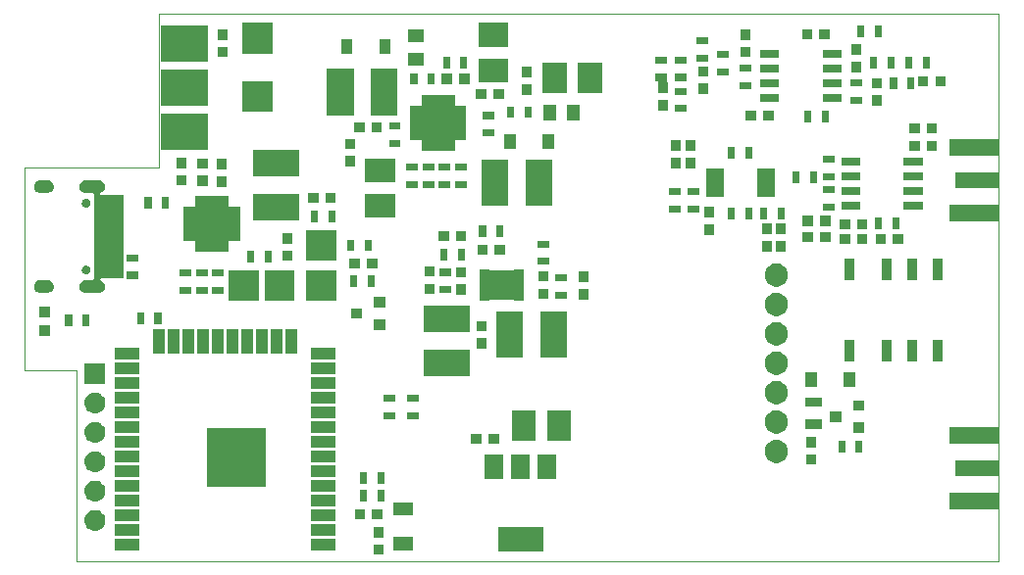
<source format=gbr>
G04 #@! TF.GenerationSoftware,KiCad,Pcbnew,(5.1.4)-1*
G04 #@! TF.CreationDate,2020-09-15T19:50:09+03:00*
G04 #@! TF.ProjectId,FinalPCB,46696e61-6c50-4434-922e-6b696361645f,rev?*
G04 #@! TF.SameCoordinates,Original*
G04 #@! TF.FileFunction,Soldermask,Top*
G04 #@! TF.FilePolarity,Negative*
%FSLAX46Y46*%
G04 Gerber Fmt 4.6, Leading zero omitted, Abs format (unit mm)*
G04 Created by KiCad (PCBNEW (5.1.4)-1) date 2020-09-15 19:50:09*
%MOMM*%
%LPD*%
G04 APERTURE LIST*
%ADD10C,0.050000*%
%ADD11C,0.100000*%
G04 APERTURE END LIST*
D10*
X89700000Y-100100000D02*
X116800000Y-100100000D01*
X89700000Y-83600000D02*
X89700000Y-100100000D01*
X85200000Y-83600000D02*
X89700000Y-83600000D01*
X85200000Y-66100000D02*
X85200000Y-83600000D01*
X96800000Y-66100000D02*
X85200000Y-66100000D01*
X96800000Y-52800000D02*
X96800000Y-66100000D01*
X169300000Y-52800000D02*
X96800000Y-52800000D01*
X169300000Y-100100000D02*
X169300000Y-52800000D01*
X116800000Y-100100000D02*
X169300000Y-100100000D01*
D11*
G36*
X116176000Y-99551000D02*
G01*
X115324000Y-99551000D01*
X115324000Y-98649000D01*
X116176000Y-98649000D01*
X116176000Y-99551000D01*
X116176000Y-99551000D01*
G37*
G36*
X129951000Y-99276000D02*
G01*
X126049000Y-99276000D01*
X126049000Y-97174000D01*
X129951000Y-97174000D01*
X129951000Y-99276000D01*
X129951000Y-99276000D01*
G37*
G36*
X95051000Y-99156000D02*
G01*
X92949000Y-99156000D01*
X92949000Y-98154000D01*
X95051000Y-98154000D01*
X95051000Y-99156000D01*
X95051000Y-99156000D01*
G37*
G36*
X112051000Y-99156000D02*
G01*
X109949000Y-99156000D01*
X109949000Y-98154000D01*
X112051000Y-98154000D01*
X112051000Y-99156000D01*
X112051000Y-99156000D01*
G37*
G36*
X118751000Y-99151000D02*
G01*
X117049000Y-99151000D01*
X117049000Y-98049000D01*
X118751000Y-98049000D01*
X118751000Y-99151000D01*
X118751000Y-99151000D01*
G37*
G36*
X116176000Y-98051000D02*
G01*
X115324000Y-98051000D01*
X115324000Y-97149000D01*
X116176000Y-97149000D01*
X116176000Y-98051000D01*
X116176000Y-98051000D01*
G37*
G36*
X95051000Y-97886000D02*
G01*
X92949000Y-97886000D01*
X92949000Y-96884000D01*
X95051000Y-96884000D01*
X95051000Y-97886000D01*
X95051000Y-97886000D01*
G37*
G36*
X112051000Y-97886000D02*
G01*
X109949000Y-97886000D01*
X109949000Y-96884000D01*
X112051000Y-96884000D01*
X112051000Y-97886000D01*
X112051000Y-97886000D01*
G37*
G36*
X91360443Y-95705519D02*
G01*
X91426627Y-95712037D01*
X91596466Y-95763557D01*
X91752991Y-95847222D01*
X91788729Y-95876552D01*
X91890186Y-95959814D01*
X91973448Y-96061271D01*
X92002778Y-96097009D01*
X92086443Y-96253534D01*
X92137963Y-96423373D01*
X92155359Y-96600000D01*
X92137963Y-96776627D01*
X92086443Y-96946466D01*
X92002778Y-97102991D01*
X91973448Y-97138729D01*
X91890186Y-97240186D01*
X91788729Y-97323448D01*
X91752991Y-97352778D01*
X91596466Y-97436443D01*
X91426627Y-97487963D01*
X91360442Y-97494482D01*
X91294260Y-97501000D01*
X91205740Y-97501000D01*
X91139558Y-97494482D01*
X91073373Y-97487963D01*
X90903534Y-97436443D01*
X90747009Y-97352778D01*
X90711271Y-97323448D01*
X90609814Y-97240186D01*
X90526552Y-97138729D01*
X90497222Y-97102991D01*
X90413557Y-96946466D01*
X90362037Y-96776627D01*
X90344641Y-96600000D01*
X90362037Y-96423373D01*
X90413557Y-96253534D01*
X90497222Y-96097009D01*
X90526552Y-96061271D01*
X90609814Y-95959814D01*
X90711271Y-95876552D01*
X90747009Y-95847222D01*
X90903534Y-95763557D01*
X91073373Y-95712037D01*
X91139557Y-95705519D01*
X91205740Y-95699000D01*
X91294260Y-95699000D01*
X91360443Y-95705519D01*
X91360443Y-95705519D01*
G37*
G36*
X112051000Y-96616000D02*
G01*
X109949000Y-96616000D01*
X109949000Y-95614000D01*
X112051000Y-95614000D01*
X112051000Y-96616000D01*
X112051000Y-96616000D01*
G37*
G36*
X95051000Y-96616000D02*
G01*
X92949000Y-96616000D01*
X92949000Y-95614000D01*
X95051000Y-95614000D01*
X95051000Y-96616000D01*
X95051000Y-96616000D01*
G37*
G36*
X114601000Y-96476000D02*
G01*
X113699000Y-96476000D01*
X113699000Y-95624000D01*
X114601000Y-95624000D01*
X114601000Y-96476000D01*
X114601000Y-96476000D01*
G37*
G36*
X116101000Y-96476000D02*
G01*
X115199000Y-96476000D01*
X115199000Y-95624000D01*
X116101000Y-95624000D01*
X116101000Y-96476000D01*
X116101000Y-96476000D01*
G37*
G36*
X118751000Y-96151000D02*
G01*
X117049000Y-96151000D01*
X117049000Y-95049000D01*
X118751000Y-95049000D01*
X118751000Y-96151000D01*
X118751000Y-96151000D01*
G37*
G36*
X169351000Y-95651000D02*
G01*
X165049000Y-95651000D01*
X165049000Y-94199000D01*
X169351000Y-94199000D01*
X169351000Y-95651000D01*
X169351000Y-95651000D01*
G37*
G36*
X112051000Y-95346000D02*
G01*
X109949000Y-95346000D01*
X109949000Y-94344000D01*
X112051000Y-94344000D01*
X112051000Y-95346000D01*
X112051000Y-95346000D01*
G37*
G36*
X95051000Y-95346000D02*
G01*
X92949000Y-95346000D01*
X92949000Y-94344000D01*
X95051000Y-94344000D01*
X95051000Y-95346000D01*
X95051000Y-95346000D01*
G37*
G36*
X91360443Y-93165519D02*
G01*
X91426627Y-93172037D01*
X91596466Y-93223557D01*
X91752991Y-93307222D01*
X91788729Y-93336552D01*
X91890186Y-93419814D01*
X91973448Y-93521271D01*
X92002778Y-93557009D01*
X92086443Y-93713534D01*
X92137963Y-93883373D01*
X92155359Y-94060000D01*
X92137963Y-94236627D01*
X92086443Y-94406466D01*
X92002778Y-94562991D01*
X91973448Y-94598729D01*
X91890186Y-94700186D01*
X91788729Y-94783448D01*
X91752991Y-94812778D01*
X91596466Y-94896443D01*
X91426627Y-94947963D01*
X91360443Y-94954481D01*
X91294260Y-94961000D01*
X91205740Y-94961000D01*
X91139557Y-94954481D01*
X91073373Y-94947963D01*
X90903534Y-94896443D01*
X90747009Y-94812778D01*
X90711271Y-94783448D01*
X90609814Y-94700186D01*
X90526552Y-94598729D01*
X90497222Y-94562991D01*
X90413557Y-94406466D01*
X90362037Y-94236627D01*
X90344641Y-94060000D01*
X90362037Y-93883373D01*
X90413557Y-93713534D01*
X90497222Y-93557009D01*
X90526552Y-93521271D01*
X90609814Y-93419814D01*
X90711271Y-93336552D01*
X90747009Y-93307222D01*
X90903534Y-93223557D01*
X91073373Y-93172037D01*
X91139557Y-93165519D01*
X91205740Y-93159000D01*
X91294260Y-93159000D01*
X91360443Y-93165519D01*
X91360443Y-93165519D01*
G37*
G36*
X114751000Y-94951000D02*
G01*
X114149000Y-94951000D01*
X114149000Y-93949000D01*
X114751000Y-93949000D01*
X114751000Y-94951000D01*
X114751000Y-94951000D01*
G37*
G36*
X116251000Y-94951000D02*
G01*
X115649000Y-94951000D01*
X115649000Y-93949000D01*
X116251000Y-93949000D01*
X116251000Y-94951000D01*
X116251000Y-94951000D01*
G37*
G36*
X95051000Y-94076000D02*
G01*
X92949000Y-94076000D01*
X92949000Y-93074000D01*
X95051000Y-93074000D01*
X95051000Y-94076000D01*
X95051000Y-94076000D01*
G37*
G36*
X112051000Y-94076000D02*
G01*
X109949000Y-94076000D01*
X109949000Y-93074000D01*
X112051000Y-93074000D01*
X112051000Y-94076000D01*
X112051000Y-94076000D01*
G37*
G36*
X106051000Y-93706000D02*
G01*
X100949000Y-93706000D01*
X100949000Y-88604000D01*
X106051000Y-88604000D01*
X106051000Y-93706000D01*
X106051000Y-93706000D01*
G37*
G36*
X114751000Y-93401000D02*
G01*
X114149000Y-93401000D01*
X114149000Y-92399000D01*
X114751000Y-92399000D01*
X114751000Y-93401000D01*
X114751000Y-93401000D01*
G37*
G36*
X116251000Y-93401000D02*
G01*
X115649000Y-93401000D01*
X115649000Y-92399000D01*
X116251000Y-92399000D01*
X116251000Y-93401000D01*
X116251000Y-93401000D01*
G37*
G36*
X131101000Y-92976000D02*
G01*
X129499000Y-92976000D01*
X129499000Y-90874000D01*
X131101000Y-90874000D01*
X131101000Y-92976000D01*
X131101000Y-92976000D01*
G37*
G36*
X128801000Y-92976000D02*
G01*
X127199000Y-92976000D01*
X127199000Y-90874000D01*
X128801000Y-90874000D01*
X128801000Y-92976000D01*
X128801000Y-92976000D01*
G37*
G36*
X126501000Y-92976000D02*
G01*
X124899000Y-92976000D01*
X124899000Y-90874000D01*
X126501000Y-90874000D01*
X126501000Y-92976000D01*
X126501000Y-92976000D01*
G37*
G36*
X95051000Y-92806000D02*
G01*
X92949000Y-92806000D01*
X92949000Y-91804000D01*
X95051000Y-91804000D01*
X95051000Y-92806000D01*
X95051000Y-92806000D01*
G37*
G36*
X112051000Y-92806000D02*
G01*
X109949000Y-92806000D01*
X109949000Y-91804000D01*
X112051000Y-91804000D01*
X112051000Y-92806000D01*
X112051000Y-92806000D01*
G37*
G36*
X169251000Y-92786000D02*
G01*
X165549000Y-92786000D01*
X165549000Y-91414000D01*
X169251000Y-91414000D01*
X169251000Y-92786000D01*
X169251000Y-92786000D01*
G37*
G36*
X91360442Y-90625518D02*
G01*
X91426627Y-90632037D01*
X91596466Y-90683557D01*
X91596468Y-90683558D01*
X91674728Y-90725389D01*
X91752991Y-90767222D01*
X91788729Y-90796552D01*
X91890186Y-90879814D01*
X91973448Y-90981271D01*
X92002778Y-91017009D01*
X92086443Y-91173534D01*
X92137963Y-91343373D01*
X92155359Y-91520000D01*
X92137963Y-91696627D01*
X92086443Y-91866466D01*
X92002778Y-92022991D01*
X91973448Y-92058729D01*
X91890186Y-92160186D01*
X91788729Y-92243448D01*
X91752991Y-92272778D01*
X91596466Y-92356443D01*
X91426627Y-92407963D01*
X91360443Y-92414481D01*
X91294260Y-92421000D01*
X91205740Y-92421000D01*
X91139557Y-92414481D01*
X91073373Y-92407963D01*
X90903534Y-92356443D01*
X90747009Y-92272778D01*
X90711271Y-92243448D01*
X90609814Y-92160186D01*
X90526552Y-92058729D01*
X90497222Y-92022991D01*
X90413557Y-91866466D01*
X90362037Y-91696627D01*
X90344641Y-91520000D01*
X90362037Y-91343373D01*
X90413557Y-91173534D01*
X90497222Y-91017009D01*
X90526552Y-90981271D01*
X90609814Y-90879814D01*
X90711271Y-90796552D01*
X90747009Y-90767222D01*
X90825272Y-90725389D01*
X90903532Y-90683558D01*
X90903534Y-90683557D01*
X91073373Y-90632037D01*
X91139558Y-90625518D01*
X91205740Y-90619000D01*
X91294260Y-90619000D01*
X91360442Y-90625518D01*
X91360442Y-90625518D01*
G37*
G36*
X153551000Y-91776000D02*
G01*
X152699000Y-91776000D01*
X152699000Y-90874000D01*
X153551000Y-90874000D01*
X153551000Y-91776000D01*
X153551000Y-91776000D01*
G37*
G36*
X150270285Y-89638234D02*
G01*
X150366981Y-89657468D01*
X150467247Y-89699000D01*
X150548797Y-89732779D01*
X150549151Y-89732926D01*
X150713100Y-89842473D01*
X150852527Y-89981900D01*
X150962074Y-90145849D01*
X151011843Y-90266000D01*
X151037532Y-90328020D01*
X151076000Y-90521409D01*
X151076000Y-90718591D01*
X151056766Y-90815285D01*
X151037532Y-90911981D01*
X150962074Y-91094151D01*
X150852527Y-91258100D01*
X150713100Y-91397527D01*
X150549151Y-91507074D01*
X150366981Y-91582532D01*
X150173591Y-91621000D01*
X149976409Y-91621000D01*
X149879715Y-91601766D01*
X149783019Y-91582532D01*
X149600849Y-91507074D01*
X149436900Y-91397527D01*
X149297473Y-91258100D01*
X149187926Y-91094151D01*
X149112468Y-90911981D01*
X149074000Y-90718591D01*
X149074000Y-90521409D01*
X149112468Y-90328020D01*
X149138158Y-90266000D01*
X149187926Y-90145849D01*
X149297473Y-89981900D01*
X149436900Y-89842473D01*
X149600849Y-89732926D01*
X149601204Y-89732779D01*
X149682753Y-89699000D01*
X149783019Y-89657468D01*
X149879715Y-89638234D01*
X149976409Y-89619000D01*
X150173591Y-89619000D01*
X150270285Y-89638234D01*
X150270285Y-89638234D01*
G37*
G36*
X95051000Y-91536000D02*
G01*
X92949000Y-91536000D01*
X92949000Y-90534000D01*
X95051000Y-90534000D01*
X95051000Y-91536000D01*
X95051000Y-91536000D01*
G37*
G36*
X112051000Y-91536000D02*
G01*
X109949000Y-91536000D01*
X109949000Y-90534000D01*
X112051000Y-90534000D01*
X112051000Y-91536000D01*
X112051000Y-91536000D01*
G37*
G36*
X157526000Y-90701000D02*
G01*
X156924000Y-90701000D01*
X156924000Y-89699000D01*
X157526000Y-89699000D01*
X157526000Y-90701000D01*
X157526000Y-90701000D01*
G37*
G36*
X156026000Y-90701000D02*
G01*
X155424000Y-90701000D01*
X155424000Y-89699000D01*
X156026000Y-89699000D01*
X156026000Y-90701000D01*
X156026000Y-90701000D01*
G37*
G36*
X153551000Y-90276000D02*
G01*
X152699000Y-90276000D01*
X152699000Y-89374000D01*
X153551000Y-89374000D01*
X153551000Y-90276000D01*
X153551000Y-90276000D01*
G37*
G36*
X95051000Y-90266000D02*
G01*
X92949000Y-90266000D01*
X92949000Y-89264000D01*
X95051000Y-89264000D01*
X95051000Y-90266000D01*
X95051000Y-90266000D01*
G37*
G36*
X112051000Y-90266000D02*
G01*
X109949000Y-90266000D01*
X109949000Y-89264000D01*
X112051000Y-89264000D01*
X112051000Y-90266000D01*
X112051000Y-90266000D01*
G37*
G36*
X169351000Y-90001000D02*
G01*
X165049000Y-90001000D01*
X165049000Y-88549000D01*
X169351000Y-88549000D01*
X169351000Y-90001000D01*
X169351000Y-90001000D01*
G37*
G36*
X126151000Y-89951000D02*
G01*
X125249000Y-89951000D01*
X125249000Y-89099000D01*
X126151000Y-89099000D01*
X126151000Y-89951000D01*
X126151000Y-89951000D01*
G37*
G36*
X124651000Y-89951000D02*
G01*
X123749000Y-89951000D01*
X123749000Y-89099000D01*
X124651000Y-89099000D01*
X124651000Y-89951000D01*
X124651000Y-89951000D01*
G37*
G36*
X91360443Y-88085519D02*
G01*
X91426627Y-88092037D01*
X91596466Y-88143557D01*
X91596468Y-88143558D01*
X91674729Y-88185390D01*
X91752991Y-88227222D01*
X91788729Y-88256552D01*
X91890186Y-88339814D01*
X91973448Y-88441271D01*
X92002778Y-88477009D01*
X92086443Y-88633534D01*
X92137963Y-88803373D01*
X92155359Y-88980000D01*
X92137963Y-89156627D01*
X92086443Y-89326466D01*
X92002778Y-89482991D01*
X91973448Y-89518729D01*
X91890186Y-89620186D01*
X91822175Y-89676000D01*
X91752991Y-89732778D01*
X91596466Y-89816443D01*
X91426627Y-89867963D01*
X91360443Y-89874481D01*
X91294260Y-89881000D01*
X91205740Y-89881000D01*
X91139557Y-89874481D01*
X91073373Y-89867963D01*
X90903534Y-89816443D01*
X90747009Y-89732778D01*
X90677825Y-89676000D01*
X90609814Y-89620186D01*
X90526552Y-89518729D01*
X90497222Y-89482991D01*
X90413557Y-89326466D01*
X90362037Y-89156627D01*
X90344641Y-88980000D01*
X90362037Y-88803373D01*
X90413557Y-88633534D01*
X90497222Y-88477009D01*
X90526552Y-88441271D01*
X90609814Y-88339814D01*
X90711271Y-88256552D01*
X90747009Y-88227222D01*
X90825271Y-88185390D01*
X90903532Y-88143558D01*
X90903534Y-88143557D01*
X91073373Y-88092037D01*
X91139557Y-88085519D01*
X91205740Y-88079000D01*
X91294260Y-88079000D01*
X91360443Y-88085519D01*
X91360443Y-88085519D01*
G37*
G36*
X132326000Y-89676000D02*
G01*
X130274000Y-89676000D01*
X130274000Y-87074000D01*
X132326000Y-87074000D01*
X132326000Y-89676000D01*
X132326000Y-89676000D01*
G37*
G36*
X129276000Y-89676000D02*
G01*
X127224000Y-89676000D01*
X127224000Y-87074000D01*
X129276000Y-87074000D01*
X129276000Y-89676000D01*
X129276000Y-89676000D01*
G37*
G36*
X150366981Y-87117468D02*
G01*
X150495795Y-87170825D01*
X150548797Y-87192779D01*
X150549151Y-87192926D01*
X150713100Y-87302473D01*
X150852527Y-87441900D01*
X150962074Y-87605849D01*
X151011843Y-87726000D01*
X151037532Y-87788020D01*
X151076000Y-87981409D01*
X151076000Y-88178591D01*
X151056766Y-88275285D01*
X151037532Y-88371981D01*
X150962074Y-88554151D01*
X150852527Y-88718100D01*
X150713100Y-88857527D01*
X150549151Y-88967074D01*
X150366981Y-89042532D01*
X150270285Y-89061766D01*
X150173591Y-89081000D01*
X149976409Y-89081000D01*
X149879715Y-89061766D01*
X149783019Y-89042532D01*
X149600849Y-88967074D01*
X149436900Y-88857527D01*
X149297473Y-88718100D01*
X149187926Y-88554151D01*
X149112468Y-88371981D01*
X149093234Y-88275285D01*
X149074000Y-88178591D01*
X149074000Y-87981409D01*
X149112468Y-87788020D01*
X149138158Y-87726000D01*
X149187926Y-87605849D01*
X149297473Y-87441900D01*
X149436900Y-87302473D01*
X149600849Y-87192926D01*
X149601204Y-87192779D01*
X149654205Y-87170825D01*
X149783019Y-87117468D01*
X149879715Y-87098234D01*
X149976409Y-87079000D01*
X150173591Y-87079000D01*
X150366981Y-87117468D01*
X150366981Y-87117468D01*
G37*
G36*
X157701000Y-89026000D02*
G01*
X156699000Y-89026000D01*
X156699000Y-88124000D01*
X157701000Y-88124000D01*
X157701000Y-89026000D01*
X157701000Y-89026000D01*
G37*
G36*
X112051000Y-88996000D02*
G01*
X109949000Y-88996000D01*
X109949000Y-87994000D01*
X112051000Y-87994000D01*
X112051000Y-88996000D01*
X112051000Y-88996000D01*
G37*
G36*
X95051000Y-88996000D02*
G01*
X92949000Y-88996000D01*
X92949000Y-87994000D01*
X95051000Y-87994000D01*
X95051000Y-88996000D01*
X95051000Y-88996000D01*
G37*
G36*
X154001000Y-88676000D02*
G01*
X152599000Y-88676000D01*
X152599000Y-87874000D01*
X154001000Y-87874000D01*
X154001000Y-88676000D01*
X154001000Y-88676000D01*
G37*
G36*
X155701000Y-88076000D02*
G01*
X154699000Y-88076000D01*
X154699000Y-87174000D01*
X155701000Y-87174000D01*
X155701000Y-88076000D01*
X155701000Y-88076000D01*
G37*
G36*
X117201000Y-87851000D02*
G01*
X116199000Y-87851000D01*
X116199000Y-87249000D01*
X117201000Y-87249000D01*
X117201000Y-87851000D01*
X117201000Y-87851000D01*
G37*
G36*
X119201000Y-87851000D02*
G01*
X118199000Y-87851000D01*
X118199000Y-87249000D01*
X119201000Y-87249000D01*
X119201000Y-87851000D01*
X119201000Y-87851000D01*
G37*
G36*
X95051000Y-87726000D02*
G01*
X92949000Y-87726000D01*
X92949000Y-86724000D01*
X95051000Y-86724000D01*
X95051000Y-87726000D01*
X95051000Y-87726000D01*
G37*
G36*
X112051000Y-87726000D02*
G01*
X109949000Y-87726000D01*
X109949000Y-86724000D01*
X112051000Y-86724000D01*
X112051000Y-87726000D01*
X112051000Y-87726000D01*
G37*
G36*
X91360443Y-85545519D02*
G01*
X91426627Y-85552037D01*
X91596466Y-85603557D01*
X91596468Y-85603558D01*
X91674729Y-85645390D01*
X91752991Y-85687222D01*
X91788729Y-85716552D01*
X91890186Y-85799814D01*
X91973448Y-85901271D01*
X92002778Y-85937009D01*
X92086443Y-86093534D01*
X92137963Y-86263373D01*
X92155359Y-86440000D01*
X92137963Y-86616627D01*
X92086443Y-86786466D01*
X92002778Y-86942991D01*
X91973448Y-86978729D01*
X91890186Y-87080186D01*
X91788729Y-87163448D01*
X91752991Y-87192778D01*
X91596466Y-87276443D01*
X91426627Y-87327963D01*
X91360442Y-87334482D01*
X91294260Y-87341000D01*
X91205740Y-87341000D01*
X91139558Y-87334482D01*
X91073373Y-87327963D01*
X90903534Y-87276443D01*
X90747009Y-87192778D01*
X90711271Y-87163448D01*
X90609814Y-87080186D01*
X90526552Y-86978729D01*
X90497222Y-86942991D01*
X90413557Y-86786466D01*
X90362037Y-86616627D01*
X90344641Y-86440000D01*
X90362037Y-86263373D01*
X90413557Y-86093534D01*
X90497222Y-85937009D01*
X90526552Y-85901271D01*
X90609814Y-85799814D01*
X90711271Y-85716552D01*
X90747009Y-85687222D01*
X90825271Y-85645390D01*
X90903532Y-85603558D01*
X90903534Y-85603557D01*
X91073373Y-85552037D01*
X91139557Y-85545519D01*
X91205740Y-85539000D01*
X91294260Y-85539000D01*
X91360443Y-85545519D01*
X91360443Y-85545519D01*
G37*
G36*
X157701000Y-87126000D02*
G01*
X156699000Y-87126000D01*
X156699000Y-86224000D01*
X157701000Y-86224000D01*
X157701000Y-87126000D01*
X157701000Y-87126000D01*
G37*
G36*
X154001000Y-86776000D02*
G01*
X152599000Y-86776000D01*
X152599000Y-85974000D01*
X154001000Y-85974000D01*
X154001000Y-86776000D01*
X154001000Y-86776000D01*
G37*
G36*
X150270285Y-84558234D02*
G01*
X150366981Y-84577468D01*
X150549151Y-84652926D01*
X150713100Y-84762473D01*
X150852527Y-84901900D01*
X150962074Y-85065849D01*
X151011843Y-85186000D01*
X151037532Y-85248020D01*
X151076000Y-85441409D01*
X151076000Y-85638591D01*
X151037532Y-85831981D01*
X150962074Y-86014151D01*
X150852527Y-86178100D01*
X150713100Y-86317527D01*
X150549151Y-86427074D01*
X150366981Y-86502532D01*
X150270285Y-86521766D01*
X150173591Y-86541000D01*
X149976409Y-86541000D01*
X149783019Y-86502532D01*
X149600849Y-86427074D01*
X149436900Y-86317527D01*
X149297473Y-86178100D01*
X149187926Y-86014151D01*
X149112468Y-85831981D01*
X149093234Y-85735285D01*
X149074000Y-85638591D01*
X149074000Y-85441409D01*
X149112468Y-85248020D01*
X149138158Y-85186000D01*
X149187926Y-85065849D01*
X149297473Y-84901900D01*
X149436900Y-84762473D01*
X149600849Y-84652926D01*
X149783019Y-84577468D01*
X149879715Y-84558234D01*
X149976409Y-84539000D01*
X150173591Y-84539000D01*
X150270285Y-84558234D01*
X150270285Y-84558234D01*
G37*
G36*
X112051000Y-86456000D02*
G01*
X109949000Y-86456000D01*
X109949000Y-85454000D01*
X112051000Y-85454000D01*
X112051000Y-86456000D01*
X112051000Y-86456000D01*
G37*
G36*
X95051000Y-86456000D02*
G01*
X92949000Y-86456000D01*
X92949000Y-85454000D01*
X95051000Y-85454000D01*
X95051000Y-86456000D01*
X95051000Y-86456000D01*
G37*
G36*
X119201000Y-86351000D02*
G01*
X118199000Y-86351000D01*
X118199000Y-85749000D01*
X119201000Y-85749000D01*
X119201000Y-86351000D01*
X119201000Y-86351000D01*
G37*
G36*
X117201000Y-86351000D02*
G01*
X116199000Y-86351000D01*
X116199000Y-85749000D01*
X117201000Y-85749000D01*
X117201000Y-86351000D01*
X117201000Y-86351000D01*
G37*
G36*
X95051000Y-85186000D02*
G01*
X92949000Y-85186000D01*
X92949000Y-84184000D01*
X95051000Y-84184000D01*
X95051000Y-85186000D01*
X95051000Y-85186000D01*
G37*
G36*
X112051000Y-85186000D02*
G01*
X109949000Y-85186000D01*
X109949000Y-84184000D01*
X112051000Y-84184000D01*
X112051000Y-85186000D01*
X112051000Y-85186000D01*
G37*
G36*
X156901000Y-85051000D02*
G01*
X155899000Y-85051000D01*
X155899000Y-83749000D01*
X156901000Y-83749000D01*
X156901000Y-85051000D01*
X156901000Y-85051000D01*
G37*
G36*
X153601000Y-85051000D02*
G01*
X152599000Y-85051000D01*
X152599000Y-83749000D01*
X153601000Y-83749000D01*
X153601000Y-85051000D01*
X153601000Y-85051000D01*
G37*
G36*
X92151000Y-84801000D02*
G01*
X90349000Y-84801000D01*
X90349000Y-82999000D01*
X92151000Y-82999000D01*
X92151000Y-84801000D01*
X92151000Y-84801000D01*
G37*
G36*
X123626000Y-84126000D02*
G01*
X119624000Y-84126000D01*
X119624000Y-81824000D01*
X123626000Y-81824000D01*
X123626000Y-84126000D01*
X123626000Y-84126000D01*
G37*
G36*
X150270285Y-82018234D02*
G01*
X150366981Y-82037468D01*
X150549151Y-82112926D01*
X150713100Y-82222473D01*
X150852527Y-82361900D01*
X150962074Y-82525849D01*
X151037532Y-82708019D01*
X151076000Y-82901410D01*
X151076000Y-83098590D01*
X151037532Y-83291981D01*
X150962074Y-83474151D01*
X150852527Y-83638100D01*
X150713100Y-83777527D01*
X150549151Y-83887074D01*
X150366981Y-83962532D01*
X150173591Y-84001000D01*
X149976409Y-84001000D01*
X149879715Y-83981766D01*
X149783019Y-83962532D01*
X149600849Y-83887074D01*
X149436900Y-83777527D01*
X149297473Y-83638100D01*
X149187926Y-83474151D01*
X149112468Y-83291981D01*
X149074000Y-83098590D01*
X149074000Y-82901410D01*
X149112468Y-82708019D01*
X149187926Y-82525849D01*
X149297473Y-82361900D01*
X149436900Y-82222473D01*
X149600849Y-82112926D01*
X149783019Y-82037468D01*
X149879715Y-82018234D01*
X149976409Y-81999000D01*
X150173591Y-81999000D01*
X150270285Y-82018234D01*
X150270285Y-82018234D01*
G37*
G36*
X112051000Y-83916000D02*
G01*
X109949000Y-83916000D01*
X109949000Y-82914000D01*
X112051000Y-82914000D01*
X112051000Y-83916000D01*
X112051000Y-83916000D01*
G37*
G36*
X95051000Y-83916000D02*
G01*
X92949000Y-83916000D01*
X92949000Y-82914000D01*
X95051000Y-82914000D01*
X95051000Y-83916000D01*
X95051000Y-83916000D01*
G37*
G36*
X156851000Y-82851000D02*
G01*
X155949000Y-82851000D01*
X155949000Y-80949000D01*
X156851000Y-80949000D01*
X156851000Y-82851000D01*
X156851000Y-82851000D01*
G37*
G36*
X164451000Y-82851000D02*
G01*
X163549000Y-82851000D01*
X163549000Y-80949000D01*
X164451000Y-80949000D01*
X164451000Y-82851000D01*
X164451000Y-82851000D01*
G37*
G36*
X160051000Y-82851000D02*
G01*
X159149000Y-82851000D01*
X159149000Y-80949000D01*
X160051000Y-80949000D01*
X160051000Y-82851000D01*
X160051000Y-82851000D01*
G37*
G36*
X162251000Y-82851000D02*
G01*
X161349000Y-82851000D01*
X161349000Y-80949000D01*
X162251000Y-80949000D01*
X162251000Y-82851000D01*
X162251000Y-82851000D01*
G37*
G36*
X95051000Y-82646000D02*
G01*
X92949000Y-82646000D01*
X92949000Y-81644000D01*
X95051000Y-81644000D01*
X95051000Y-82646000D01*
X95051000Y-82646000D01*
G37*
G36*
X112051000Y-82646000D02*
G01*
X109949000Y-82646000D01*
X109949000Y-81644000D01*
X112051000Y-81644000D01*
X112051000Y-82646000D01*
X112051000Y-82646000D01*
G37*
G36*
X132026000Y-82526000D02*
G01*
X129724000Y-82526000D01*
X129724000Y-78524000D01*
X132026000Y-78524000D01*
X132026000Y-82526000D01*
X132026000Y-82526000D01*
G37*
G36*
X128226000Y-82526000D02*
G01*
X125924000Y-82526000D01*
X125924000Y-78524000D01*
X128226000Y-78524000D01*
X128226000Y-82526000D01*
X128226000Y-82526000D01*
G37*
G36*
X97286000Y-82196000D02*
G01*
X96284000Y-82196000D01*
X96284000Y-80094000D01*
X97286000Y-80094000D01*
X97286000Y-82196000D01*
X97286000Y-82196000D01*
G37*
G36*
X98556000Y-82196000D02*
G01*
X97554000Y-82196000D01*
X97554000Y-80094000D01*
X98556000Y-80094000D01*
X98556000Y-82196000D01*
X98556000Y-82196000D01*
G37*
G36*
X107446000Y-82196000D02*
G01*
X106444000Y-82196000D01*
X106444000Y-80094000D01*
X107446000Y-80094000D01*
X107446000Y-82196000D01*
X107446000Y-82196000D01*
G37*
G36*
X99826000Y-82196000D02*
G01*
X98824000Y-82196000D01*
X98824000Y-80094000D01*
X99826000Y-80094000D01*
X99826000Y-82196000D01*
X99826000Y-82196000D01*
G37*
G36*
X101096000Y-82196000D02*
G01*
X100094000Y-82196000D01*
X100094000Y-80094000D01*
X101096000Y-80094000D01*
X101096000Y-82196000D01*
X101096000Y-82196000D01*
G37*
G36*
X104906000Y-82196000D02*
G01*
X103904000Y-82196000D01*
X103904000Y-80094000D01*
X104906000Y-80094000D01*
X104906000Y-82196000D01*
X104906000Y-82196000D01*
G37*
G36*
X106176000Y-82196000D02*
G01*
X105174000Y-82196000D01*
X105174000Y-80094000D01*
X106176000Y-80094000D01*
X106176000Y-82196000D01*
X106176000Y-82196000D01*
G37*
G36*
X108716000Y-82196000D02*
G01*
X107714000Y-82196000D01*
X107714000Y-80094000D01*
X108716000Y-80094000D01*
X108716000Y-82196000D01*
X108716000Y-82196000D01*
G37*
G36*
X103636000Y-82196000D02*
G01*
X102634000Y-82196000D01*
X102634000Y-80094000D01*
X103636000Y-80094000D01*
X103636000Y-82196000D01*
X103636000Y-82196000D01*
G37*
G36*
X102366000Y-82196000D02*
G01*
X101364000Y-82196000D01*
X101364000Y-80094000D01*
X102366000Y-80094000D01*
X102366000Y-82196000D01*
X102366000Y-82196000D01*
G37*
G36*
X125051000Y-81751000D02*
G01*
X124199000Y-81751000D01*
X124199000Y-80849000D01*
X125051000Y-80849000D01*
X125051000Y-81751000D01*
X125051000Y-81751000D01*
G37*
G36*
X150366981Y-79497468D02*
G01*
X150549151Y-79572926D01*
X150713100Y-79682473D01*
X150852527Y-79821900D01*
X150962074Y-79985849D01*
X151009772Y-80101000D01*
X151037532Y-80168020D01*
X151068957Y-80326000D01*
X151076000Y-80361410D01*
X151076000Y-80558590D01*
X151037532Y-80751981D01*
X150962074Y-80934151D01*
X150852527Y-81098100D01*
X150713100Y-81237527D01*
X150549151Y-81347074D01*
X150366981Y-81422532D01*
X150173591Y-81461000D01*
X149976409Y-81461000D01*
X149879715Y-81441766D01*
X149783019Y-81422532D01*
X149600849Y-81347074D01*
X149436900Y-81237527D01*
X149297473Y-81098100D01*
X149187926Y-80934151D01*
X149112468Y-80751981D01*
X149074000Y-80558590D01*
X149074000Y-80361410D01*
X149081044Y-80326000D01*
X149112468Y-80168020D01*
X149140229Y-80101000D01*
X149187926Y-79985849D01*
X149297473Y-79821900D01*
X149436900Y-79682473D01*
X149600849Y-79572926D01*
X149783019Y-79497468D01*
X149879715Y-79478234D01*
X149976409Y-79459000D01*
X150173591Y-79459000D01*
X150366981Y-79497468D01*
X150366981Y-79497468D01*
G37*
G36*
X87351000Y-80651000D02*
G01*
X86449000Y-80651000D01*
X86449000Y-79749000D01*
X87351000Y-79749000D01*
X87351000Y-80651000D01*
X87351000Y-80651000D01*
G37*
G36*
X123626000Y-80326000D02*
G01*
X119624000Y-80326000D01*
X119624000Y-78024000D01*
X123626000Y-78024000D01*
X123626000Y-80326000D01*
X123626000Y-80326000D01*
G37*
G36*
X125051000Y-80251000D02*
G01*
X124199000Y-80251000D01*
X124199000Y-79349000D01*
X125051000Y-79349000D01*
X125051000Y-80251000D01*
X125051000Y-80251000D01*
G37*
G36*
X116351000Y-80101000D02*
G01*
X115349000Y-80101000D01*
X115349000Y-79199000D01*
X116351000Y-79199000D01*
X116351000Y-80101000D01*
X116351000Y-80101000D01*
G37*
G36*
X90801000Y-79801000D02*
G01*
X90199000Y-79801000D01*
X90199000Y-78799000D01*
X90801000Y-78799000D01*
X90801000Y-79801000D01*
X90801000Y-79801000D01*
G37*
G36*
X89301000Y-79801000D02*
G01*
X88699000Y-79801000D01*
X88699000Y-78799000D01*
X89301000Y-78799000D01*
X89301000Y-79801000D01*
X89301000Y-79801000D01*
G37*
G36*
X97001000Y-79651000D02*
G01*
X96399000Y-79651000D01*
X96399000Y-78649000D01*
X97001000Y-78649000D01*
X97001000Y-79651000D01*
X97001000Y-79651000D01*
G37*
G36*
X95501000Y-79651000D02*
G01*
X94899000Y-79651000D01*
X94899000Y-78649000D01*
X95501000Y-78649000D01*
X95501000Y-79651000D01*
X95501000Y-79651000D01*
G37*
G36*
X114351000Y-79151000D02*
G01*
X113349000Y-79151000D01*
X113349000Y-78249000D01*
X114351000Y-78249000D01*
X114351000Y-79151000D01*
X114351000Y-79151000D01*
G37*
G36*
X87351000Y-79051000D02*
G01*
X86449000Y-79051000D01*
X86449000Y-78149000D01*
X87351000Y-78149000D01*
X87351000Y-79051000D01*
X87351000Y-79051000D01*
G37*
G36*
X150366981Y-76957468D02*
G01*
X150495795Y-77010825D01*
X150532431Y-77026000D01*
X150549151Y-77032926D01*
X150713100Y-77142473D01*
X150852527Y-77281900D01*
X150962074Y-77445849D01*
X151037532Y-77628019D01*
X151076000Y-77821410D01*
X151076000Y-78018590D01*
X151037532Y-78211981D01*
X150962074Y-78394151D01*
X150852527Y-78558100D01*
X150713100Y-78697527D01*
X150549151Y-78807074D01*
X150366981Y-78882532D01*
X150173591Y-78921000D01*
X149976409Y-78921000D01*
X149879715Y-78901766D01*
X149783019Y-78882532D01*
X149600849Y-78807074D01*
X149436900Y-78697527D01*
X149297473Y-78558100D01*
X149187926Y-78394151D01*
X149112468Y-78211981D01*
X149074000Y-78018590D01*
X149074000Y-77821410D01*
X149112468Y-77628019D01*
X149187926Y-77445849D01*
X149297473Y-77281900D01*
X149436900Y-77142473D01*
X149600849Y-77032926D01*
X149617570Y-77026000D01*
X149654205Y-77010825D01*
X149783019Y-76957468D01*
X149976409Y-76919000D01*
X150173591Y-76919000D01*
X150366981Y-76957468D01*
X150366981Y-76957468D01*
G37*
G36*
X116351000Y-78201000D02*
G01*
X115349000Y-78201000D01*
X115349000Y-77299000D01*
X116351000Y-77299000D01*
X116351000Y-78201000D01*
X116351000Y-78201000D01*
G37*
G36*
X112101000Y-77601000D02*
G01*
X109499000Y-77601000D01*
X109499000Y-74999000D01*
X112101000Y-74999000D01*
X112101000Y-77601000D01*
X112101000Y-77601000D01*
G37*
G36*
X105401000Y-77601000D02*
G01*
X102799000Y-77601000D01*
X102799000Y-74999000D01*
X105401000Y-74999000D01*
X105401000Y-77601000D01*
X105401000Y-77601000D01*
G37*
G36*
X108501000Y-77601000D02*
G01*
X105899000Y-77601000D01*
X105899000Y-74999000D01*
X108501000Y-74999000D01*
X108501000Y-77601000D01*
X108501000Y-77601000D01*
G37*
G36*
X125297066Y-74943447D02*
G01*
X125312611Y-74962389D01*
X125331553Y-74977934D01*
X125353164Y-74989485D01*
X125376613Y-74996598D01*
X125400999Y-74999000D01*
X127349001Y-74999000D01*
X127373387Y-74996598D01*
X127396836Y-74989485D01*
X127418447Y-74977934D01*
X127437389Y-74962389D01*
X127452934Y-74943447D01*
X127463328Y-74924000D01*
X128276000Y-74924000D01*
X128276000Y-77576000D01*
X127463328Y-77576000D01*
X127452934Y-77556553D01*
X127437389Y-77537611D01*
X127418447Y-77522066D01*
X127396836Y-77510515D01*
X127373387Y-77503402D01*
X127349001Y-77501000D01*
X125400999Y-77501000D01*
X125376613Y-77503402D01*
X125353164Y-77510515D01*
X125331553Y-77522066D01*
X125312611Y-77537611D01*
X125297066Y-77556553D01*
X125286672Y-77576000D01*
X124474000Y-77576000D01*
X124474000Y-74924000D01*
X125286672Y-74924000D01*
X125297066Y-74943447D01*
X125297066Y-74943447D01*
G37*
G36*
X133851000Y-77501000D02*
G01*
X132999000Y-77501000D01*
X132999000Y-76599000D01*
X133851000Y-76599000D01*
X133851000Y-77501000D01*
X133851000Y-77501000D01*
G37*
G36*
X130401000Y-77451000D02*
G01*
X129549000Y-77451000D01*
X129549000Y-76549000D01*
X130401000Y-76549000D01*
X130401000Y-77451000D01*
X130401000Y-77451000D01*
G37*
G36*
X131976000Y-77401000D02*
G01*
X130974000Y-77401000D01*
X130974000Y-76799000D01*
X131976000Y-76799000D01*
X131976000Y-77401000D01*
X131976000Y-77401000D01*
G37*
G36*
X123301000Y-77101000D02*
G01*
X122449000Y-77101000D01*
X122449000Y-76199000D01*
X123301000Y-76199000D01*
X123301000Y-77101000D01*
X123301000Y-77101000D01*
G37*
G36*
X120551000Y-77026000D02*
G01*
X119699000Y-77026000D01*
X119699000Y-76124000D01*
X120551000Y-76124000D01*
X120551000Y-77026000D01*
X120551000Y-77026000D01*
G37*
G36*
X102401000Y-77001000D02*
G01*
X101399000Y-77001000D01*
X101399000Y-76399000D01*
X102401000Y-76399000D01*
X102401000Y-77001000D01*
X102401000Y-77001000D01*
G37*
G36*
X99601000Y-77001000D02*
G01*
X98599000Y-77001000D01*
X98599000Y-76399000D01*
X99601000Y-76399000D01*
X99601000Y-77001000D01*
X99601000Y-77001000D01*
G37*
G36*
X101001000Y-77001000D02*
G01*
X99999000Y-77001000D01*
X99999000Y-76399000D01*
X101001000Y-76399000D01*
X101001000Y-77001000D01*
X101001000Y-77001000D01*
G37*
G36*
X121976000Y-76951000D02*
G01*
X120974000Y-76951000D01*
X120974000Y-76349000D01*
X121976000Y-76349000D01*
X121976000Y-76951000D01*
X121976000Y-76951000D01*
G37*
G36*
X91688015Y-67186973D02*
G01*
X91791879Y-67218479D01*
X91819055Y-67233005D01*
X91887600Y-67269643D01*
X91971501Y-67338499D01*
X92040357Y-67422400D01*
X92076995Y-67490945D01*
X92091521Y-67518121D01*
X92123027Y-67621985D01*
X92133666Y-67730000D01*
X92123027Y-67838015D01*
X92091521Y-67941879D01*
X92091519Y-67941882D01*
X92040357Y-68037600D01*
X91971501Y-68121501D01*
X91887603Y-68190354D01*
X91887601Y-68190355D01*
X91887600Y-68190356D01*
X91797025Y-68238770D01*
X91776665Y-68252375D01*
X91759338Y-68269702D01*
X91745724Y-68290076D01*
X91736347Y-68312715D01*
X91731566Y-68336748D01*
X91731566Y-68361252D01*
X91736346Y-68385286D01*
X91745723Y-68407925D01*
X91759337Y-68428299D01*
X91776664Y-68445626D01*
X91797038Y-68459240D01*
X91819677Y-68468617D01*
X91843710Y-68473398D01*
X91855963Y-68474000D01*
X93721000Y-68474000D01*
X93721000Y-75626000D01*
X91855963Y-75626000D01*
X91831577Y-75628402D01*
X91808128Y-75635515D01*
X91786517Y-75647066D01*
X91767575Y-75662611D01*
X91752030Y-75681553D01*
X91740479Y-75703164D01*
X91733366Y-75726613D01*
X91730964Y-75750999D01*
X91733366Y-75775385D01*
X91740479Y-75798834D01*
X91752030Y-75820445D01*
X91767575Y-75839387D01*
X91786517Y-75854932D01*
X91797010Y-75861222D01*
X91887600Y-75909644D01*
X91887601Y-75909645D01*
X91887603Y-75909646D01*
X91971501Y-75978499D01*
X92040357Y-76062400D01*
X92073283Y-76124000D01*
X92091521Y-76158121D01*
X92123027Y-76261985D01*
X92133666Y-76370000D01*
X92123027Y-76478015D01*
X92091521Y-76581879D01*
X92091519Y-76581882D01*
X92040357Y-76677600D01*
X91971501Y-76761501D01*
X91887600Y-76830357D01*
X91819055Y-76866995D01*
X91791879Y-76881521D01*
X91688015Y-76913027D01*
X91607067Y-76921000D01*
X90452933Y-76921000D01*
X90371985Y-76913027D01*
X90268121Y-76881521D01*
X90240945Y-76866995D01*
X90172400Y-76830357D01*
X90088499Y-76761501D01*
X90019643Y-76677600D01*
X89968481Y-76581882D01*
X89968479Y-76581879D01*
X89936973Y-76478015D01*
X89926334Y-76370000D01*
X89936973Y-76261985D01*
X89968479Y-76158121D01*
X89986717Y-76124000D01*
X90019643Y-76062400D01*
X90088499Y-75978499D01*
X90172400Y-75909643D01*
X90262958Y-75861239D01*
X90268121Y-75858479D01*
X90371985Y-75826973D01*
X90452933Y-75819000D01*
X91044001Y-75819000D01*
X91068387Y-75816598D01*
X91091836Y-75809485D01*
X91113447Y-75797934D01*
X91132389Y-75782389D01*
X91147934Y-75763447D01*
X91159485Y-75741836D01*
X91166598Y-75718387D01*
X91169000Y-75694001D01*
X91169000Y-68405999D01*
X91166598Y-68381613D01*
X91159485Y-68358164D01*
X91147934Y-68336553D01*
X91132389Y-68317611D01*
X91113447Y-68302066D01*
X91091836Y-68290515D01*
X91068387Y-68283402D01*
X91044001Y-68281000D01*
X90452933Y-68281000D01*
X90371985Y-68273027D01*
X90268121Y-68241521D01*
X90240945Y-68226995D01*
X90172400Y-68190357D01*
X90088499Y-68121501D01*
X90019643Y-68037600D01*
X89968481Y-67941882D01*
X89968479Y-67941879D01*
X89936973Y-67838015D01*
X89926334Y-67730000D01*
X89936973Y-67621985D01*
X89968479Y-67518121D01*
X89983005Y-67490945D01*
X90019643Y-67422400D01*
X90088499Y-67338499D01*
X90172400Y-67269643D01*
X90240945Y-67233005D01*
X90268121Y-67218479D01*
X90371985Y-67186973D01*
X90452933Y-67179000D01*
X91607067Y-67179000D01*
X91688015Y-67186973D01*
X91688015Y-67186973D01*
G37*
G36*
X87258015Y-75826973D02*
G01*
X87361879Y-75858479D01*
X87367042Y-75861239D01*
X87457600Y-75909643D01*
X87541501Y-75978499D01*
X87610357Y-76062400D01*
X87643283Y-76124000D01*
X87661521Y-76158121D01*
X87693027Y-76261985D01*
X87703666Y-76370000D01*
X87693027Y-76478015D01*
X87661521Y-76581879D01*
X87661519Y-76581882D01*
X87610357Y-76677600D01*
X87541501Y-76761501D01*
X87457600Y-76830357D01*
X87389055Y-76866995D01*
X87361879Y-76881521D01*
X87258015Y-76913027D01*
X87177067Y-76921000D01*
X86522933Y-76921000D01*
X86441985Y-76913027D01*
X86338121Y-76881521D01*
X86310945Y-76866995D01*
X86242400Y-76830357D01*
X86158499Y-76761501D01*
X86089643Y-76677600D01*
X86038481Y-76581882D01*
X86038479Y-76581879D01*
X86006973Y-76478015D01*
X85996334Y-76370000D01*
X86006973Y-76261985D01*
X86038479Y-76158121D01*
X86056717Y-76124000D01*
X86089643Y-76062400D01*
X86158499Y-75978499D01*
X86242400Y-75909643D01*
X86332958Y-75861239D01*
X86338121Y-75858479D01*
X86441985Y-75826973D01*
X86522933Y-75819000D01*
X87177067Y-75819000D01*
X87258015Y-75826973D01*
X87258015Y-75826973D01*
G37*
G36*
X115401000Y-76426000D02*
G01*
X114799000Y-76426000D01*
X114799000Y-75424000D01*
X115401000Y-75424000D01*
X115401000Y-76426000D01*
X115401000Y-76426000D01*
G37*
G36*
X113901000Y-76426000D02*
G01*
X113299000Y-76426000D01*
X113299000Y-75424000D01*
X113901000Y-75424000D01*
X113901000Y-76426000D01*
X113901000Y-76426000D01*
G37*
G36*
X150270285Y-74398234D02*
G01*
X150366981Y-74417468D01*
X150549151Y-74492926D01*
X150713100Y-74602473D01*
X150852527Y-74741900D01*
X150960148Y-74902967D01*
X150962075Y-74905851D01*
X150977648Y-74943447D01*
X151021370Y-75049000D01*
X151037532Y-75088020D01*
X151076000Y-75281409D01*
X151076000Y-75478591D01*
X151066570Y-75526000D01*
X151037532Y-75671981D01*
X150962074Y-75854151D01*
X150852527Y-76018100D01*
X150713100Y-76157527D01*
X150549151Y-76267074D01*
X150549150Y-76267075D01*
X150549149Y-76267075D01*
X150495795Y-76289175D01*
X150366981Y-76342532D01*
X150334464Y-76349000D01*
X150173591Y-76381000D01*
X149976409Y-76381000D01*
X149815536Y-76349000D01*
X149783019Y-76342532D01*
X149654205Y-76289175D01*
X149600851Y-76267075D01*
X149600850Y-76267075D01*
X149600849Y-76267074D01*
X149436900Y-76157527D01*
X149297473Y-76018100D01*
X149187926Y-75854151D01*
X149112468Y-75671981D01*
X149083430Y-75526000D01*
X149074000Y-75478591D01*
X149074000Y-75281409D01*
X149112468Y-75088020D01*
X149128631Y-75049000D01*
X149172352Y-74943447D01*
X149187925Y-74905851D01*
X149189852Y-74902967D01*
X149297473Y-74741900D01*
X149436900Y-74602473D01*
X149600849Y-74492926D01*
X149783019Y-74417468D01*
X149879715Y-74398234D01*
X149976409Y-74379000D01*
X150173591Y-74379000D01*
X150270285Y-74398234D01*
X150270285Y-74398234D01*
G37*
G36*
X133851000Y-76001000D02*
G01*
X132999000Y-76001000D01*
X132999000Y-75099000D01*
X133851000Y-75099000D01*
X133851000Y-76001000D01*
X133851000Y-76001000D01*
G37*
G36*
X130401000Y-75951000D02*
G01*
X129549000Y-75951000D01*
X129549000Y-75049000D01*
X130401000Y-75049000D01*
X130401000Y-75951000D01*
X130401000Y-75951000D01*
G37*
G36*
X131976000Y-75901000D02*
G01*
X130974000Y-75901000D01*
X130974000Y-75299000D01*
X131976000Y-75299000D01*
X131976000Y-75901000D01*
X131976000Y-75901000D01*
G37*
G36*
X164451000Y-75851000D02*
G01*
X163549000Y-75851000D01*
X163549000Y-73949000D01*
X164451000Y-73949000D01*
X164451000Y-75851000D01*
X164451000Y-75851000D01*
G37*
G36*
X160051000Y-75851000D02*
G01*
X159149000Y-75851000D01*
X159149000Y-73949000D01*
X160051000Y-73949000D01*
X160051000Y-75851000D01*
X160051000Y-75851000D01*
G37*
G36*
X156851000Y-75851000D02*
G01*
X155949000Y-75851000D01*
X155949000Y-73949000D01*
X156851000Y-73949000D01*
X156851000Y-75851000D01*
X156851000Y-75851000D01*
G37*
G36*
X162251000Y-75851000D02*
G01*
X161349000Y-75851000D01*
X161349000Y-73949000D01*
X162251000Y-73949000D01*
X162251000Y-75851000D01*
X162251000Y-75851000D01*
G37*
G36*
X95001000Y-75701000D02*
G01*
X93999000Y-75701000D01*
X93999000Y-75099000D01*
X95001000Y-75099000D01*
X95001000Y-75701000D01*
X95001000Y-75701000D01*
G37*
G36*
X123301000Y-75601000D02*
G01*
X122449000Y-75601000D01*
X122449000Y-74699000D01*
X123301000Y-74699000D01*
X123301000Y-75601000D01*
X123301000Y-75601000D01*
G37*
G36*
X120551000Y-75526000D02*
G01*
X119699000Y-75526000D01*
X119699000Y-74624000D01*
X120551000Y-74624000D01*
X120551000Y-75526000D01*
X120551000Y-75526000D01*
G37*
G36*
X101001000Y-75501000D02*
G01*
X99999000Y-75501000D01*
X99999000Y-74899000D01*
X101001000Y-74899000D01*
X101001000Y-75501000D01*
X101001000Y-75501000D01*
G37*
G36*
X99601000Y-75501000D02*
G01*
X98599000Y-75501000D01*
X98599000Y-74899000D01*
X99601000Y-74899000D01*
X99601000Y-75501000D01*
X99601000Y-75501000D01*
G37*
G36*
X102401000Y-75501000D02*
G01*
X101399000Y-75501000D01*
X101399000Y-74899000D01*
X102401000Y-74899000D01*
X102401000Y-75501000D01*
X102401000Y-75501000D01*
G37*
G36*
X121976000Y-75451000D02*
G01*
X120974000Y-75451000D01*
X120974000Y-74849000D01*
X121976000Y-74849000D01*
X121976000Y-75451000D01*
X121976000Y-75451000D01*
G37*
G36*
X90609672Y-74578449D02*
G01*
X90609674Y-74578450D01*
X90609675Y-74578450D01*
X90678103Y-74606793D01*
X90739686Y-74647942D01*
X90792058Y-74700314D01*
X90833207Y-74761897D01*
X90861550Y-74830325D01*
X90861551Y-74830328D01*
X90876000Y-74902966D01*
X90876000Y-74977034D01*
X90861685Y-75049000D01*
X90861550Y-75049675D01*
X90833207Y-75118103D01*
X90792058Y-75179686D01*
X90739686Y-75232058D01*
X90678103Y-75273207D01*
X90609675Y-75301550D01*
X90609674Y-75301550D01*
X90609672Y-75301551D01*
X90537034Y-75316000D01*
X90462966Y-75316000D01*
X90390328Y-75301551D01*
X90390326Y-75301550D01*
X90390325Y-75301550D01*
X90321897Y-75273207D01*
X90260314Y-75232058D01*
X90207942Y-75179686D01*
X90166793Y-75118103D01*
X90138450Y-75049675D01*
X90138316Y-75049000D01*
X90124000Y-74977034D01*
X90124000Y-74902966D01*
X90138449Y-74830328D01*
X90138450Y-74830325D01*
X90166793Y-74761897D01*
X90207942Y-74700314D01*
X90260314Y-74647942D01*
X90321897Y-74606793D01*
X90390325Y-74578450D01*
X90390326Y-74578450D01*
X90390328Y-74578449D01*
X90462966Y-74564000D01*
X90537034Y-74564000D01*
X90609672Y-74578449D01*
X90609672Y-74578449D01*
G37*
G36*
X114151000Y-74801000D02*
G01*
X113249000Y-74801000D01*
X113249000Y-73949000D01*
X114151000Y-73949000D01*
X114151000Y-74801000D01*
X114151000Y-74801000D01*
G37*
G36*
X115651000Y-74801000D02*
G01*
X114749000Y-74801000D01*
X114749000Y-73949000D01*
X115651000Y-73949000D01*
X115651000Y-74801000D01*
X115651000Y-74801000D01*
G37*
G36*
X130476000Y-74501000D02*
G01*
X129474000Y-74501000D01*
X129474000Y-73899000D01*
X130476000Y-73899000D01*
X130476000Y-74501000D01*
X130476000Y-74501000D01*
G37*
G36*
X105001000Y-74301000D02*
G01*
X104399000Y-74301000D01*
X104399000Y-73299000D01*
X105001000Y-73299000D01*
X105001000Y-74301000D01*
X105001000Y-74301000D01*
G37*
G36*
X106501000Y-74301000D02*
G01*
X105899000Y-74301000D01*
X105899000Y-73299000D01*
X106501000Y-73299000D01*
X106501000Y-74301000D01*
X106501000Y-74301000D01*
G37*
G36*
X95001000Y-74201000D02*
G01*
X93999000Y-74201000D01*
X93999000Y-73599000D01*
X95001000Y-73599000D01*
X95001000Y-74201000D01*
X95001000Y-74201000D01*
G37*
G36*
X108326000Y-74151000D02*
G01*
X107474000Y-74151000D01*
X107474000Y-73249000D01*
X108326000Y-73249000D01*
X108326000Y-74151000D01*
X108326000Y-74151000D01*
G37*
G36*
X123176000Y-74151000D02*
G01*
X122574000Y-74151000D01*
X122574000Y-73149000D01*
X123176000Y-73149000D01*
X123176000Y-74151000D01*
X123176000Y-74151000D01*
G37*
G36*
X121676000Y-74151000D02*
G01*
X121074000Y-74151000D01*
X121074000Y-73149000D01*
X121676000Y-73149000D01*
X121676000Y-74151000D01*
X121676000Y-74151000D01*
G37*
G36*
X112101000Y-74101000D02*
G01*
X109499000Y-74101000D01*
X109499000Y-71499000D01*
X112101000Y-71499000D01*
X112101000Y-74101000D01*
X112101000Y-74101000D01*
G37*
G36*
X125176000Y-73626000D02*
G01*
X124274000Y-73626000D01*
X124274000Y-72774000D01*
X125176000Y-72774000D01*
X125176000Y-73626000D01*
X125176000Y-73626000D01*
G37*
G36*
X126676000Y-73626000D02*
G01*
X125774000Y-73626000D01*
X125774000Y-72774000D01*
X126676000Y-72774000D01*
X126676000Y-73626000D01*
X126676000Y-73626000D01*
G37*
G36*
X102801000Y-69374001D02*
G01*
X102803402Y-69398387D01*
X102810515Y-69421836D01*
X102822066Y-69443447D01*
X102837611Y-69462389D01*
X102856553Y-69477934D01*
X102878164Y-69489485D01*
X102901613Y-69496598D01*
X102925999Y-69499000D01*
X103776000Y-69499000D01*
X103776000Y-72401000D01*
X102925999Y-72401000D01*
X102901613Y-72403402D01*
X102878164Y-72410515D01*
X102856553Y-72422066D01*
X102837611Y-72437611D01*
X102822066Y-72456553D01*
X102810515Y-72478164D01*
X102803402Y-72501613D01*
X102801000Y-72525999D01*
X102801000Y-73376000D01*
X99899000Y-73376000D01*
X99899000Y-72525999D01*
X99896598Y-72501613D01*
X99889485Y-72478164D01*
X99877934Y-72456553D01*
X99862389Y-72437611D01*
X99843447Y-72422066D01*
X99821836Y-72410515D01*
X99798387Y-72403402D01*
X99774001Y-72401000D01*
X98924000Y-72401000D01*
X98924000Y-69499000D01*
X99774001Y-69499000D01*
X99798387Y-69496598D01*
X99821836Y-69489485D01*
X99843447Y-69477934D01*
X99862389Y-69462389D01*
X99877934Y-69443447D01*
X99889485Y-69421836D01*
X99896598Y-69398387D01*
X99899000Y-69374001D01*
X99899000Y-68524000D01*
X102801000Y-68524000D01*
X102801000Y-69374001D01*
X102801000Y-69374001D01*
G37*
G36*
X150926000Y-73351000D02*
G01*
X150074000Y-73351000D01*
X150074000Y-72449000D01*
X150926000Y-72449000D01*
X150926000Y-73351000D01*
X150926000Y-73351000D01*
G37*
G36*
X149726000Y-73351000D02*
G01*
X148874000Y-73351000D01*
X148874000Y-72449000D01*
X149726000Y-72449000D01*
X149726000Y-73351000D01*
X149726000Y-73351000D01*
G37*
G36*
X115151000Y-73326000D02*
G01*
X114549000Y-73326000D01*
X114549000Y-72324000D01*
X115151000Y-72324000D01*
X115151000Y-73326000D01*
X115151000Y-73326000D01*
G37*
G36*
X113651000Y-73326000D02*
G01*
X113049000Y-73326000D01*
X113049000Y-72324000D01*
X113651000Y-72324000D01*
X113651000Y-73326000D01*
X113651000Y-73326000D01*
G37*
G36*
X130476000Y-73001000D02*
G01*
X129474000Y-73001000D01*
X129474000Y-72399000D01*
X130476000Y-72399000D01*
X130476000Y-73001000D01*
X130476000Y-73001000D01*
G37*
G36*
X159551000Y-72726000D02*
G01*
X158649000Y-72726000D01*
X158649000Y-71874000D01*
X159551000Y-71874000D01*
X159551000Y-72726000D01*
X159551000Y-72726000D01*
G37*
G36*
X157951000Y-72726000D02*
G01*
X157049000Y-72726000D01*
X157049000Y-71874000D01*
X157951000Y-71874000D01*
X157951000Y-72726000D01*
X157951000Y-72726000D01*
G37*
G36*
X156451000Y-72726000D02*
G01*
X155549000Y-72726000D01*
X155549000Y-71874000D01*
X156451000Y-71874000D01*
X156451000Y-72726000D01*
X156451000Y-72726000D01*
G37*
G36*
X161051000Y-72726000D02*
G01*
X160149000Y-72726000D01*
X160149000Y-71874000D01*
X161051000Y-71874000D01*
X161051000Y-72726000D01*
X161051000Y-72726000D01*
G37*
G36*
X108326000Y-72651000D02*
G01*
X107474000Y-72651000D01*
X107474000Y-71749000D01*
X108326000Y-71749000D01*
X108326000Y-72651000D01*
X108326000Y-72651000D01*
G37*
G36*
X154751000Y-72526000D02*
G01*
X153849000Y-72526000D01*
X153849000Y-71674000D01*
X154751000Y-71674000D01*
X154751000Y-72526000D01*
X154751000Y-72526000D01*
G37*
G36*
X153251000Y-72526000D02*
G01*
X152349000Y-72526000D01*
X152349000Y-71674000D01*
X153251000Y-71674000D01*
X153251000Y-72526000D01*
X153251000Y-72526000D01*
G37*
G36*
X121826000Y-72476000D02*
G01*
X120924000Y-72476000D01*
X120924000Y-71624000D01*
X121826000Y-71624000D01*
X121826000Y-72476000D01*
X121826000Y-72476000D01*
G37*
G36*
X123326000Y-72476000D02*
G01*
X122424000Y-72476000D01*
X122424000Y-71624000D01*
X123326000Y-71624000D01*
X123326000Y-72476000D01*
X123326000Y-72476000D01*
G37*
G36*
X126526000Y-72101000D02*
G01*
X125924000Y-72101000D01*
X125924000Y-71099000D01*
X126526000Y-71099000D01*
X126526000Y-72101000D01*
X126526000Y-72101000D01*
G37*
G36*
X125026000Y-72101000D02*
G01*
X124424000Y-72101000D01*
X124424000Y-71099000D01*
X125026000Y-71099000D01*
X125026000Y-72101000D01*
X125026000Y-72101000D01*
G37*
G36*
X144726000Y-71901000D02*
G01*
X143874000Y-71901000D01*
X143874000Y-70999000D01*
X144726000Y-70999000D01*
X144726000Y-71901000D01*
X144726000Y-71901000D01*
G37*
G36*
X150926000Y-71851000D02*
G01*
X150074000Y-71851000D01*
X150074000Y-70949000D01*
X150926000Y-70949000D01*
X150926000Y-71851000D01*
X150926000Y-71851000D01*
G37*
G36*
X149726000Y-71851000D02*
G01*
X148874000Y-71851000D01*
X148874000Y-70949000D01*
X149726000Y-70949000D01*
X149726000Y-71851000D01*
X149726000Y-71851000D01*
G37*
G36*
X156451000Y-71426000D02*
G01*
X155549000Y-71426000D01*
X155549000Y-70574000D01*
X156451000Y-70574000D01*
X156451000Y-71426000D01*
X156451000Y-71426000D01*
G37*
G36*
X157951000Y-71426000D02*
G01*
X157049000Y-71426000D01*
X157049000Y-70574000D01*
X157951000Y-70574000D01*
X157951000Y-71426000D01*
X157951000Y-71426000D01*
G37*
G36*
X159201000Y-71401000D02*
G01*
X158599000Y-71401000D01*
X158599000Y-70399000D01*
X159201000Y-70399000D01*
X159201000Y-71401000D01*
X159201000Y-71401000D01*
G37*
G36*
X160701000Y-71401000D02*
G01*
X160099000Y-71401000D01*
X160099000Y-70399000D01*
X160701000Y-70399000D01*
X160701000Y-71401000D01*
X160701000Y-71401000D01*
G37*
G36*
X154751000Y-71126000D02*
G01*
X153849000Y-71126000D01*
X153849000Y-70274000D01*
X154751000Y-70274000D01*
X154751000Y-71126000D01*
X154751000Y-71126000D01*
G37*
G36*
X153251000Y-71126000D02*
G01*
X152349000Y-71126000D01*
X152349000Y-70274000D01*
X153251000Y-70274000D01*
X153251000Y-71126000D01*
X153251000Y-71126000D01*
G37*
G36*
X110501000Y-70801000D02*
G01*
X109899000Y-70801000D01*
X109899000Y-69799000D01*
X110501000Y-69799000D01*
X110501000Y-70801000D01*
X110501000Y-70801000D01*
G37*
G36*
X112001000Y-70801000D02*
G01*
X111399000Y-70801000D01*
X111399000Y-69799000D01*
X112001000Y-69799000D01*
X112001000Y-70801000D01*
X112001000Y-70801000D01*
G37*
G36*
X169351000Y-70751000D02*
G01*
X165049000Y-70751000D01*
X165049000Y-69299000D01*
X169351000Y-69299000D01*
X169351000Y-70751000D01*
X169351000Y-70751000D01*
G37*
G36*
X108901000Y-70651000D02*
G01*
X104899000Y-70651000D01*
X104899000Y-68349000D01*
X108901000Y-68349000D01*
X108901000Y-70651000D01*
X108901000Y-70651000D01*
G37*
G36*
X149301000Y-70601000D02*
G01*
X148699000Y-70601000D01*
X148699000Y-69599000D01*
X149301000Y-69599000D01*
X149301000Y-70601000D01*
X149301000Y-70601000D01*
G37*
G36*
X148001000Y-70601000D02*
G01*
X147399000Y-70601000D01*
X147399000Y-69599000D01*
X148001000Y-69599000D01*
X148001000Y-70601000D01*
X148001000Y-70601000D01*
G37*
G36*
X146501000Y-70601000D02*
G01*
X145899000Y-70601000D01*
X145899000Y-69599000D01*
X146501000Y-69599000D01*
X146501000Y-70601000D01*
X146501000Y-70601000D01*
G37*
G36*
X150801000Y-70601000D02*
G01*
X150199000Y-70601000D01*
X150199000Y-69599000D01*
X150801000Y-69599000D01*
X150801000Y-70601000D01*
X150801000Y-70601000D01*
G37*
G36*
X117201000Y-70401000D02*
G01*
X114599000Y-70401000D01*
X114599000Y-68349000D01*
X117201000Y-68349000D01*
X117201000Y-70401000D01*
X117201000Y-70401000D01*
G37*
G36*
X144726000Y-70401000D02*
G01*
X143874000Y-70401000D01*
X143874000Y-69499000D01*
X144726000Y-69499000D01*
X144726000Y-70401000D01*
X144726000Y-70401000D01*
G37*
G36*
X143401000Y-70001000D02*
G01*
X142399000Y-70001000D01*
X142399000Y-69399000D01*
X143401000Y-69399000D01*
X143401000Y-70001000D01*
X143401000Y-70001000D01*
G37*
G36*
X141851000Y-70001000D02*
G01*
X140849000Y-70001000D01*
X140849000Y-69399000D01*
X141851000Y-69399000D01*
X141851000Y-70001000D01*
X141851000Y-70001000D01*
G37*
G36*
X155101000Y-69801000D02*
G01*
X154099000Y-69801000D01*
X154099000Y-69199000D01*
X155101000Y-69199000D01*
X155101000Y-69801000D01*
X155101000Y-69801000D01*
G37*
G36*
X162726000Y-69756000D02*
G01*
X161074000Y-69756000D01*
X161074000Y-69054000D01*
X162726000Y-69054000D01*
X162726000Y-69756000D01*
X162726000Y-69756000D01*
G37*
G36*
X157326000Y-69756000D02*
G01*
X155674000Y-69756000D01*
X155674000Y-69054000D01*
X157326000Y-69054000D01*
X157326000Y-69756000D01*
X157326000Y-69756000D01*
G37*
G36*
X96151000Y-69651000D02*
G01*
X95549000Y-69651000D01*
X95549000Y-68649000D01*
X96151000Y-68649000D01*
X96151000Y-69651000D01*
X96151000Y-69651000D01*
G37*
G36*
X97651000Y-69651000D02*
G01*
X97049000Y-69651000D01*
X97049000Y-68649000D01*
X97651000Y-68649000D01*
X97651000Y-69651000D01*
X97651000Y-69651000D01*
G37*
G36*
X90609672Y-68798449D02*
G01*
X90609674Y-68798450D01*
X90609675Y-68798450D01*
X90678103Y-68826793D01*
X90739686Y-68867942D01*
X90792058Y-68920314D01*
X90833207Y-68981897D01*
X90861550Y-69050325D01*
X90876000Y-69122967D01*
X90876000Y-69197033D01*
X90861550Y-69269675D01*
X90833207Y-69338103D01*
X90792058Y-69399686D01*
X90739686Y-69452058D01*
X90678103Y-69493207D01*
X90609675Y-69521550D01*
X90609674Y-69521550D01*
X90609672Y-69521551D01*
X90537034Y-69536000D01*
X90462966Y-69536000D01*
X90390328Y-69521551D01*
X90390326Y-69521550D01*
X90390325Y-69521550D01*
X90321897Y-69493207D01*
X90260314Y-69452058D01*
X90207942Y-69399686D01*
X90166793Y-69338103D01*
X90138450Y-69269675D01*
X90124000Y-69197033D01*
X90124000Y-69122967D01*
X90138450Y-69050325D01*
X90166793Y-68981897D01*
X90207942Y-68920314D01*
X90260314Y-68867942D01*
X90321897Y-68826793D01*
X90390325Y-68798450D01*
X90390326Y-68798450D01*
X90390328Y-68798449D01*
X90462966Y-68784000D01*
X90537034Y-68784000D01*
X90609672Y-68798449D01*
X90609672Y-68798449D01*
G37*
G36*
X130726000Y-69426000D02*
G01*
X128424000Y-69426000D01*
X128424000Y-65424000D01*
X130726000Y-65424000D01*
X130726000Y-69426000D01*
X130726000Y-69426000D01*
G37*
G36*
X126926000Y-69426000D02*
G01*
X124624000Y-69426000D01*
X124624000Y-65424000D01*
X126926000Y-65424000D01*
X126926000Y-69426000D01*
X126926000Y-69426000D01*
G37*
G36*
X112051000Y-69126000D02*
G01*
X111149000Y-69126000D01*
X111149000Y-68274000D01*
X112051000Y-68274000D01*
X112051000Y-69126000D01*
X112051000Y-69126000D01*
G37*
G36*
X110551000Y-69126000D02*
G01*
X109649000Y-69126000D01*
X109649000Y-68274000D01*
X110551000Y-68274000D01*
X110551000Y-69126000D01*
X110551000Y-69126000D01*
G37*
G36*
X149951000Y-68601000D02*
G01*
X148449000Y-68601000D01*
X148449000Y-66199000D01*
X149951000Y-66199000D01*
X149951000Y-68601000D01*
X149951000Y-68601000D01*
G37*
G36*
X145551000Y-68601000D02*
G01*
X144049000Y-68601000D01*
X144049000Y-66199000D01*
X145551000Y-66199000D01*
X145551000Y-68601000D01*
X145551000Y-68601000D01*
G37*
G36*
X143401000Y-68501000D02*
G01*
X142399000Y-68501000D01*
X142399000Y-67899000D01*
X143401000Y-67899000D01*
X143401000Y-68501000D01*
X143401000Y-68501000D01*
G37*
G36*
X141851000Y-68501000D02*
G01*
X140849000Y-68501000D01*
X140849000Y-67899000D01*
X141851000Y-67899000D01*
X141851000Y-68501000D01*
X141851000Y-68501000D01*
G37*
G36*
X157326000Y-68486000D02*
G01*
X155674000Y-68486000D01*
X155674000Y-67784000D01*
X157326000Y-67784000D01*
X157326000Y-68486000D01*
X157326000Y-68486000D01*
G37*
G36*
X162726000Y-68486000D02*
G01*
X161074000Y-68486000D01*
X161074000Y-67784000D01*
X162726000Y-67784000D01*
X162726000Y-68486000D01*
X162726000Y-68486000D01*
G37*
G36*
X155101000Y-68301000D02*
G01*
X154099000Y-68301000D01*
X154099000Y-67699000D01*
X155101000Y-67699000D01*
X155101000Y-68301000D01*
X155101000Y-68301000D01*
G37*
G36*
X87258015Y-67186973D02*
G01*
X87361879Y-67218479D01*
X87389055Y-67233005D01*
X87457600Y-67269643D01*
X87541501Y-67338499D01*
X87610357Y-67422400D01*
X87646995Y-67490945D01*
X87661521Y-67518121D01*
X87693027Y-67621985D01*
X87703666Y-67730000D01*
X87693027Y-67838015D01*
X87661521Y-67941879D01*
X87661519Y-67941882D01*
X87610357Y-68037600D01*
X87541501Y-68121501D01*
X87457600Y-68190357D01*
X87389055Y-68226995D01*
X87361879Y-68241521D01*
X87258015Y-68273027D01*
X87177067Y-68281000D01*
X86522933Y-68281000D01*
X86441985Y-68273027D01*
X86338121Y-68241521D01*
X86310945Y-68226995D01*
X86242400Y-68190357D01*
X86158499Y-68121501D01*
X86089643Y-68037600D01*
X86038481Y-67941882D01*
X86038479Y-67941879D01*
X86006973Y-67838015D01*
X85996334Y-67730000D01*
X86006973Y-67621985D01*
X86038479Y-67518121D01*
X86053005Y-67490945D01*
X86089643Y-67422400D01*
X86158499Y-67338499D01*
X86242400Y-67269643D01*
X86310945Y-67233005D01*
X86338121Y-67218479D01*
X86441985Y-67186973D01*
X86522933Y-67179000D01*
X87177067Y-67179000D01*
X87258015Y-67186973D01*
X87258015Y-67186973D01*
G37*
G36*
X169251000Y-67886000D02*
G01*
X165549000Y-67886000D01*
X165549000Y-66514000D01*
X169251000Y-66514000D01*
X169251000Y-67886000D01*
X169251000Y-67886000D01*
G37*
G36*
X120551000Y-67876000D02*
G01*
X119549000Y-67876000D01*
X119549000Y-67274000D01*
X120551000Y-67274000D01*
X120551000Y-67876000D01*
X120551000Y-67876000D01*
G37*
G36*
X119151000Y-67876000D02*
G01*
X118149000Y-67876000D01*
X118149000Y-67274000D01*
X119151000Y-67274000D01*
X119151000Y-67876000D01*
X119151000Y-67876000D01*
G37*
G36*
X121951000Y-67876000D02*
G01*
X120949000Y-67876000D01*
X120949000Y-67274000D01*
X121951000Y-67274000D01*
X121951000Y-67876000D01*
X121951000Y-67876000D01*
G37*
G36*
X123351000Y-67876000D02*
G01*
X122349000Y-67876000D01*
X122349000Y-67274000D01*
X123351000Y-67274000D01*
X123351000Y-67876000D01*
X123351000Y-67876000D01*
G37*
G36*
X102626000Y-67751000D02*
G01*
X101774000Y-67751000D01*
X101774000Y-66849000D01*
X102626000Y-66849000D01*
X102626000Y-67751000D01*
X102626000Y-67751000D01*
G37*
G36*
X100976000Y-67701000D02*
G01*
X100124000Y-67701000D01*
X100124000Y-66799000D01*
X100976000Y-66799000D01*
X100976000Y-67701000D01*
X100976000Y-67701000D01*
G37*
G36*
X99126000Y-67651000D02*
G01*
X98274000Y-67651000D01*
X98274000Y-66749000D01*
X99126000Y-66749000D01*
X99126000Y-67651000D01*
X99126000Y-67651000D01*
G37*
G36*
X152101000Y-67401000D02*
G01*
X151499000Y-67401000D01*
X151499000Y-66399000D01*
X152101000Y-66399000D01*
X152101000Y-67401000D01*
X152101000Y-67401000D01*
G37*
G36*
X153601000Y-67401000D02*
G01*
X152999000Y-67401000D01*
X152999000Y-66399000D01*
X153601000Y-66399000D01*
X153601000Y-67401000D01*
X153601000Y-67401000D01*
G37*
G36*
X117201000Y-67351000D02*
G01*
X114599000Y-67351000D01*
X114599000Y-65299000D01*
X117201000Y-65299000D01*
X117201000Y-67351000D01*
X117201000Y-67351000D01*
G37*
G36*
X162726000Y-67216000D02*
G01*
X161074000Y-67216000D01*
X161074000Y-66514000D01*
X162726000Y-66514000D01*
X162726000Y-67216000D01*
X162726000Y-67216000D01*
G37*
G36*
X157326000Y-67216000D02*
G01*
X155674000Y-67216000D01*
X155674000Y-66514000D01*
X157326000Y-66514000D01*
X157326000Y-67216000D01*
X157326000Y-67216000D01*
G37*
G36*
X155101000Y-67201000D02*
G01*
X154099000Y-67201000D01*
X154099000Y-66599000D01*
X155101000Y-66599000D01*
X155101000Y-67201000D01*
X155101000Y-67201000D01*
G37*
G36*
X108901000Y-66851000D02*
G01*
X104899000Y-66851000D01*
X104899000Y-64549000D01*
X108901000Y-64549000D01*
X108901000Y-66851000D01*
X108901000Y-66851000D01*
G37*
G36*
X119151000Y-66376000D02*
G01*
X118149000Y-66376000D01*
X118149000Y-65774000D01*
X119151000Y-65774000D01*
X119151000Y-66376000D01*
X119151000Y-66376000D01*
G37*
G36*
X120551000Y-66376000D02*
G01*
X119549000Y-66376000D01*
X119549000Y-65774000D01*
X120551000Y-65774000D01*
X120551000Y-66376000D01*
X120551000Y-66376000D01*
G37*
G36*
X123351000Y-66376000D02*
G01*
X122349000Y-66376000D01*
X122349000Y-65774000D01*
X123351000Y-65774000D01*
X123351000Y-66376000D01*
X123351000Y-66376000D01*
G37*
G36*
X121951000Y-66376000D02*
G01*
X120949000Y-66376000D01*
X120949000Y-65774000D01*
X121951000Y-65774000D01*
X121951000Y-66376000D01*
X121951000Y-66376000D01*
G37*
G36*
X102626000Y-66251000D02*
G01*
X101774000Y-66251000D01*
X101774000Y-65349000D01*
X102626000Y-65349000D01*
X102626000Y-66251000D01*
X102626000Y-66251000D01*
G37*
G36*
X100976000Y-66201000D02*
G01*
X100124000Y-66201000D01*
X100124000Y-65299000D01*
X100976000Y-65299000D01*
X100976000Y-66201000D01*
X100976000Y-66201000D01*
G37*
G36*
X141826000Y-66151000D02*
G01*
X140974000Y-66151000D01*
X140974000Y-65249000D01*
X141826000Y-65249000D01*
X141826000Y-66151000D01*
X141826000Y-66151000D01*
G37*
G36*
X143126000Y-66151000D02*
G01*
X142274000Y-66151000D01*
X142274000Y-65249000D01*
X143126000Y-65249000D01*
X143126000Y-66151000D01*
X143126000Y-66151000D01*
G37*
G36*
X99126000Y-66151000D02*
G01*
X98274000Y-66151000D01*
X98274000Y-65249000D01*
X99126000Y-65249000D01*
X99126000Y-66151000D01*
X99126000Y-66151000D01*
G37*
G36*
X113751000Y-66001000D02*
G01*
X112899000Y-66001000D01*
X112899000Y-65099000D01*
X113751000Y-65099000D01*
X113751000Y-66001000D01*
X113751000Y-66001000D01*
G37*
G36*
X157326000Y-65946000D02*
G01*
X155674000Y-65946000D01*
X155674000Y-65244000D01*
X157326000Y-65244000D01*
X157326000Y-65946000D01*
X157326000Y-65946000D01*
G37*
G36*
X162726000Y-65946000D02*
G01*
X161074000Y-65946000D01*
X161074000Y-65244000D01*
X162726000Y-65244000D01*
X162726000Y-65946000D01*
X162726000Y-65946000D01*
G37*
G36*
X155101000Y-65701000D02*
G01*
X154099000Y-65701000D01*
X154099000Y-65099000D01*
X155101000Y-65099000D01*
X155101000Y-65701000D01*
X155101000Y-65701000D01*
G37*
G36*
X148001000Y-65301000D02*
G01*
X147399000Y-65301000D01*
X147399000Y-64299000D01*
X148001000Y-64299000D01*
X148001000Y-65301000D01*
X148001000Y-65301000D01*
G37*
G36*
X146501000Y-65301000D02*
G01*
X145899000Y-65301000D01*
X145899000Y-64299000D01*
X146501000Y-64299000D01*
X146501000Y-65301000D01*
X146501000Y-65301000D01*
G37*
G36*
X169351000Y-65101000D02*
G01*
X165049000Y-65101000D01*
X165049000Y-63649000D01*
X169351000Y-63649000D01*
X169351000Y-65101000D01*
X169351000Y-65101000D01*
G37*
G36*
X141826000Y-64651000D02*
G01*
X140974000Y-64651000D01*
X140974000Y-63749000D01*
X141826000Y-63749000D01*
X141826000Y-64651000D01*
X141826000Y-64651000D01*
G37*
G36*
X143126000Y-64651000D02*
G01*
X142274000Y-64651000D01*
X142274000Y-63749000D01*
X143126000Y-63749000D01*
X143126000Y-64651000D01*
X143126000Y-64651000D01*
G37*
G36*
X122351000Y-60649001D02*
G01*
X122353402Y-60673387D01*
X122360515Y-60696836D01*
X122372066Y-60718447D01*
X122387611Y-60737389D01*
X122406553Y-60752934D01*
X122428164Y-60764485D01*
X122451613Y-60771598D01*
X122475999Y-60774000D01*
X123326000Y-60774000D01*
X123326000Y-63676000D01*
X122475999Y-63676000D01*
X122451613Y-63678402D01*
X122428164Y-63685515D01*
X122406553Y-63697066D01*
X122387611Y-63712611D01*
X122372066Y-63731553D01*
X122360515Y-63753164D01*
X122353402Y-63776613D01*
X122351000Y-63800999D01*
X122351000Y-64651000D01*
X119449000Y-64651000D01*
X119449000Y-63800999D01*
X119446598Y-63776613D01*
X119439485Y-63753164D01*
X119427934Y-63731553D01*
X119412389Y-63712611D01*
X119393447Y-63697066D01*
X119371836Y-63685515D01*
X119348387Y-63678402D01*
X119324001Y-63676000D01*
X118474000Y-63676000D01*
X118474000Y-60774000D01*
X119324001Y-60774000D01*
X119348387Y-60771598D01*
X119371836Y-60764485D01*
X119393447Y-60752934D01*
X119412389Y-60737389D01*
X119427934Y-60718447D01*
X119439485Y-60696836D01*
X119446598Y-60673387D01*
X119449000Y-60649001D01*
X119449000Y-59799000D01*
X122351000Y-59799000D01*
X122351000Y-60649001D01*
X122351000Y-60649001D01*
G37*
G36*
X162451000Y-64626000D02*
G01*
X161549000Y-64626000D01*
X161549000Y-63774000D01*
X162451000Y-63774000D01*
X162451000Y-64626000D01*
X162451000Y-64626000D01*
G37*
G36*
X163951000Y-64626000D02*
G01*
X163049000Y-64626000D01*
X163049000Y-63774000D01*
X163951000Y-63774000D01*
X163951000Y-64626000D01*
X163951000Y-64626000D01*
G37*
G36*
X101051000Y-64551000D02*
G01*
X96949000Y-64551000D01*
X96949000Y-61449000D01*
X101051000Y-61449000D01*
X101051000Y-64551000D01*
X101051000Y-64551000D01*
G37*
G36*
X113751000Y-64501000D02*
G01*
X112899000Y-64501000D01*
X112899000Y-63599000D01*
X113751000Y-63599000D01*
X113751000Y-64501000D01*
X113751000Y-64501000D01*
G37*
G36*
X127576000Y-64476000D02*
G01*
X126574000Y-64476000D01*
X126574000Y-63174000D01*
X127576000Y-63174000D01*
X127576000Y-64476000D01*
X127576000Y-64476000D01*
G37*
G36*
X130876000Y-64476000D02*
G01*
X129874000Y-64476000D01*
X129874000Y-63174000D01*
X130876000Y-63174000D01*
X130876000Y-64476000D01*
X130876000Y-64476000D01*
G37*
G36*
X117651000Y-64326000D02*
G01*
X116649000Y-64326000D01*
X116649000Y-63724000D01*
X117651000Y-63724000D01*
X117651000Y-64326000D01*
X117651000Y-64326000D01*
G37*
G36*
X125751000Y-63401000D02*
G01*
X124749000Y-63401000D01*
X124749000Y-62799000D01*
X125751000Y-62799000D01*
X125751000Y-63401000D01*
X125751000Y-63401000D01*
G37*
G36*
X162451000Y-63126000D02*
G01*
X161549000Y-63126000D01*
X161549000Y-62274000D01*
X162451000Y-62274000D01*
X162451000Y-63126000D01*
X162451000Y-63126000D01*
G37*
G36*
X163951000Y-63126000D02*
G01*
X163049000Y-63126000D01*
X163049000Y-62274000D01*
X163951000Y-62274000D01*
X163951000Y-63126000D01*
X163951000Y-63126000D01*
G37*
G36*
X114526000Y-63076000D02*
G01*
X113624000Y-63076000D01*
X113624000Y-62224000D01*
X114526000Y-62224000D01*
X114526000Y-63076000D01*
X114526000Y-63076000D01*
G37*
G36*
X116026000Y-63076000D02*
G01*
X115124000Y-63076000D01*
X115124000Y-62224000D01*
X116026000Y-62224000D01*
X116026000Y-63076000D01*
X116026000Y-63076000D01*
G37*
G36*
X117651000Y-62826000D02*
G01*
X116649000Y-62826000D01*
X116649000Y-62224000D01*
X117651000Y-62224000D01*
X117651000Y-62826000D01*
X117651000Y-62826000D01*
G37*
G36*
X154601000Y-62201000D02*
G01*
X153999000Y-62201000D01*
X153999000Y-61199000D01*
X154601000Y-61199000D01*
X154601000Y-62201000D01*
X154601000Y-62201000D01*
G37*
G36*
X153101000Y-62201000D02*
G01*
X152499000Y-62201000D01*
X152499000Y-61199000D01*
X153101000Y-61199000D01*
X153101000Y-62201000D01*
X153101000Y-62201000D01*
G37*
G36*
X149851000Y-62026000D02*
G01*
X148949000Y-62026000D01*
X148949000Y-61174000D01*
X149851000Y-61174000D01*
X149851000Y-62026000D01*
X149851000Y-62026000D01*
G37*
G36*
X148351000Y-62026000D02*
G01*
X147449000Y-62026000D01*
X147449000Y-61174000D01*
X148351000Y-61174000D01*
X148351000Y-62026000D01*
X148351000Y-62026000D01*
G37*
G36*
X133101000Y-62001000D02*
G01*
X131999000Y-62001000D01*
X131999000Y-60649000D01*
X133101000Y-60649000D01*
X133101000Y-62001000D01*
X133101000Y-62001000D01*
G37*
G36*
X131101000Y-62001000D02*
G01*
X129999000Y-62001000D01*
X129999000Y-60649000D01*
X131101000Y-60649000D01*
X131101000Y-62001000D01*
X131101000Y-62001000D01*
G37*
G36*
X125751000Y-61901000D02*
G01*
X124749000Y-61901000D01*
X124749000Y-61299000D01*
X125751000Y-61299000D01*
X125751000Y-61901000D01*
X125751000Y-61901000D01*
G37*
G36*
X127451000Y-61801000D02*
G01*
X126849000Y-61801000D01*
X126849000Y-60799000D01*
X127451000Y-60799000D01*
X127451000Y-61801000D01*
X127451000Y-61801000D01*
G37*
G36*
X128951000Y-61801000D02*
G01*
X128349000Y-61801000D01*
X128349000Y-60799000D01*
X128951000Y-60799000D01*
X128951000Y-61801000D01*
X128951000Y-61801000D01*
G37*
G36*
X117401000Y-61576000D02*
G01*
X115099000Y-61576000D01*
X115099000Y-57574000D01*
X117401000Y-57574000D01*
X117401000Y-61576000D01*
X117401000Y-61576000D01*
G37*
G36*
X113601000Y-61576000D02*
G01*
X111299000Y-61576000D01*
X111299000Y-57574000D01*
X113601000Y-57574000D01*
X113601000Y-61576000D01*
X113601000Y-61576000D01*
G37*
G36*
X142351000Y-61301000D02*
G01*
X141349000Y-61301000D01*
X141349000Y-60699000D01*
X142351000Y-60699000D01*
X142351000Y-61301000D01*
X142351000Y-61301000D01*
G37*
G36*
X106601000Y-61276000D02*
G01*
X103999000Y-61276000D01*
X103999000Y-58624000D01*
X106601000Y-58624000D01*
X106601000Y-61276000D01*
X106601000Y-61276000D01*
G37*
G36*
X140726000Y-61151000D02*
G01*
X139874000Y-61151000D01*
X139874000Y-60249000D01*
X140726000Y-60249000D01*
X140726000Y-61151000D01*
X140726000Y-61151000D01*
G37*
G36*
X159226000Y-60751000D02*
G01*
X158374000Y-60751000D01*
X158374000Y-59849000D01*
X159226000Y-59849000D01*
X159226000Y-60751000D01*
X159226000Y-60751000D01*
G37*
G36*
X101051000Y-60751000D02*
G01*
X96949000Y-60751000D01*
X96949000Y-57649000D01*
X101051000Y-57649000D01*
X101051000Y-60751000D01*
X101051000Y-60751000D01*
G37*
G36*
X157501000Y-60601000D02*
G01*
X156499000Y-60601000D01*
X156499000Y-59999000D01*
X157501000Y-59999000D01*
X157501000Y-60601000D01*
X157501000Y-60601000D01*
G37*
G36*
X150326000Y-60456000D02*
G01*
X148674000Y-60456000D01*
X148674000Y-59754000D01*
X150326000Y-59754000D01*
X150326000Y-60456000D01*
X150326000Y-60456000D01*
G37*
G36*
X155726000Y-60456000D02*
G01*
X154074000Y-60456000D01*
X154074000Y-59754000D01*
X155726000Y-59754000D01*
X155726000Y-60456000D01*
X155726000Y-60456000D01*
G37*
G36*
X126551000Y-60201000D02*
G01*
X125649000Y-60201000D01*
X125649000Y-59349000D01*
X126551000Y-59349000D01*
X126551000Y-60201000D01*
X126551000Y-60201000D01*
G37*
G36*
X125051000Y-60201000D02*
G01*
X124149000Y-60201000D01*
X124149000Y-59349000D01*
X125051000Y-59349000D01*
X125051000Y-60201000D01*
X125051000Y-60201000D01*
G37*
G36*
X128951000Y-59801000D02*
G01*
X128099000Y-59801000D01*
X128099000Y-58899000D01*
X128951000Y-58899000D01*
X128951000Y-59801000D01*
X128951000Y-59801000D01*
G37*
G36*
X142351000Y-59801000D02*
G01*
X141349000Y-59801000D01*
X141349000Y-59199000D01*
X142351000Y-59199000D01*
X142351000Y-59801000D01*
X142351000Y-59801000D01*
G37*
G36*
X144226000Y-59751000D02*
G01*
X143374000Y-59751000D01*
X143374000Y-58849000D01*
X144226000Y-58849000D01*
X144226000Y-59751000D01*
X144226000Y-59751000D01*
G37*
G36*
X140601000Y-58624001D02*
G01*
X140603402Y-58648387D01*
X140610515Y-58671836D01*
X140622066Y-58693447D01*
X140637611Y-58712389D01*
X140656553Y-58727934D01*
X140678164Y-58739485D01*
X140701613Y-58746598D01*
X140725999Y-58749000D01*
X140726000Y-58749000D01*
X140726000Y-59651000D01*
X139874000Y-59651000D01*
X139874000Y-58725999D01*
X139871598Y-58701613D01*
X139864485Y-58678164D01*
X139852934Y-58656553D01*
X139837389Y-58637611D01*
X139818447Y-58622066D01*
X139796836Y-58610515D01*
X139773387Y-58603402D01*
X139749001Y-58601000D01*
X139599000Y-58601000D01*
X139599000Y-57999000D01*
X140601000Y-57999000D01*
X140601000Y-58624001D01*
X140601000Y-58624001D01*
G37*
G36*
X131976000Y-59626000D02*
G01*
X129924000Y-59626000D01*
X129924000Y-57024000D01*
X131976000Y-57024000D01*
X131976000Y-59626000D01*
X131976000Y-59626000D01*
G37*
G36*
X135026000Y-59626000D02*
G01*
X132974000Y-59626000D01*
X132974000Y-57024000D01*
X135026000Y-57024000D01*
X135026000Y-59626000D01*
X135026000Y-59626000D01*
G37*
G36*
X162001000Y-59301000D02*
G01*
X161399000Y-59301000D01*
X161399000Y-58299000D01*
X162001000Y-58299000D01*
X162001000Y-59301000D01*
X162001000Y-59301000D01*
G37*
G36*
X160501000Y-59301000D02*
G01*
X159899000Y-59301000D01*
X159899000Y-58299000D01*
X160501000Y-58299000D01*
X160501000Y-59301000D01*
X160501000Y-59301000D01*
G37*
G36*
X147901000Y-59301000D02*
G01*
X146899000Y-59301000D01*
X146899000Y-58699000D01*
X147901000Y-58699000D01*
X147901000Y-59301000D01*
X147901000Y-59301000D01*
G37*
G36*
X159226000Y-59251000D02*
G01*
X158374000Y-59251000D01*
X158374000Y-58349000D01*
X159226000Y-58349000D01*
X159226000Y-59251000D01*
X159226000Y-59251000D01*
G37*
G36*
X150326000Y-59186000D02*
G01*
X148674000Y-59186000D01*
X148674000Y-58484000D01*
X150326000Y-58484000D01*
X150326000Y-59186000D01*
X150326000Y-59186000D01*
G37*
G36*
X155726000Y-59186000D02*
G01*
X154074000Y-59186000D01*
X154074000Y-58484000D01*
X155726000Y-58484000D01*
X155726000Y-59186000D01*
X155726000Y-59186000D01*
G37*
G36*
X157501000Y-59101000D02*
G01*
X156499000Y-59101000D01*
X156499000Y-58499000D01*
X157501000Y-58499000D01*
X157501000Y-59101000D01*
X157501000Y-59101000D01*
G37*
G36*
X164701000Y-59026000D02*
G01*
X163799000Y-59026000D01*
X163799000Y-58174000D01*
X164701000Y-58174000D01*
X164701000Y-59026000D01*
X164701000Y-59026000D01*
G37*
G36*
X163201000Y-59026000D02*
G01*
X162299000Y-59026000D01*
X162299000Y-58174000D01*
X163201000Y-58174000D01*
X163201000Y-59026000D01*
X163201000Y-59026000D01*
G37*
G36*
X119101000Y-58926000D02*
G01*
X118499000Y-58926000D01*
X118499000Y-57924000D01*
X119101000Y-57924000D01*
X119101000Y-58926000D01*
X119101000Y-58926000D01*
G37*
G36*
X120601000Y-58926000D02*
G01*
X119999000Y-58926000D01*
X119999000Y-57924000D01*
X120601000Y-57924000D01*
X120601000Y-58926000D01*
X120601000Y-58926000D01*
G37*
G36*
X122101000Y-58851000D02*
G01*
X121199000Y-58851000D01*
X121199000Y-57999000D01*
X122101000Y-57999000D01*
X122101000Y-58851000D01*
X122101000Y-58851000D01*
G37*
G36*
X123601000Y-58851000D02*
G01*
X122699000Y-58851000D01*
X122699000Y-57999000D01*
X123601000Y-57999000D01*
X123601000Y-58851000D01*
X123601000Y-58851000D01*
G37*
G36*
X126951000Y-58701000D02*
G01*
X124349000Y-58701000D01*
X124349000Y-56649000D01*
X126951000Y-56649000D01*
X126951000Y-58701000D01*
X126951000Y-58701000D01*
G37*
G36*
X142301000Y-58601000D02*
G01*
X141299000Y-58601000D01*
X141299000Y-57999000D01*
X142301000Y-57999000D01*
X142301000Y-58601000D01*
X142301000Y-58601000D01*
G37*
G36*
X128951000Y-58301000D02*
G01*
X128099000Y-58301000D01*
X128099000Y-57399000D01*
X128951000Y-57399000D01*
X128951000Y-58301000D01*
X128951000Y-58301000D01*
G37*
G36*
X144226000Y-58251000D02*
G01*
X143374000Y-58251000D01*
X143374000Y-57349000D01*
X144226000Y-57349000D01*
X144226000Y-58251000D01*
X144226000Y-58251000D01*
G37*
G36*
X146001000Y-58101000D02*
G01*
X144999000Y-58101000D01*
X144999000Y-57499000D01*
X146001000Y-57499000D01*
X146001000Y-58101000D01*
X146001000Y-58101000D01*
G37*
G36*
X150326000Y-57916000D02*
G01*
X148674000Y-57916000D01*
X148674000Y-57214000D01*
X150326000Y-57214000D01*
X150326000Y-57916000D01*
X150326000Y-57916000D01*
G37*
G36*
X155726000Y-57916000D02*
G01*
X154074000Y-57916000D01*
X154074000Y-57214000D01*
X155726000Y-57214000D01*
X155726000Y-57916000D01*
X155726000Y-57916000D01*
G37*
G36*
X157426000Y-57851000D02*
G01*
X156574000Y-57851000D01*
X156574000Y-56949000D01*
X157426000Y-56949000D01*
X157426000Y-57851000D01*
X157426000Y-57851000D01*
G37*
G36*
X147901000Y-57801000D02*
G01*
X146899000Y-57801000D01*
X146899000Y-57199000D01*
X147901000Y-57199000D01*
X147901000Y-57801000D01*
X147901000Y-57801000D01*
G37*
G36*
X123401000Y-57526000D02*
G01*
X122799000Y-57526000D01*
X122799000Y-56524000D01*
X123401000Y-56524000D01*
X123401000Y-57526000D01*
X123401000Y-57526000D01*
G37*
G36*
X121901000Y-57526000D02*
G01*
X121299000Y-57526000D01*
X121299000Y-56524000D01*
X121901000Y-56524000D01*
X121901000Y-57526000D01*
X121901000Y-57526000D01*
G37*
G36*
X163301000Y-57501000D02*
G01*
X162699000Y-57501000D01*
X162699000Y-56499000D01*
X163301000Y-56499000D01*
X163301000Y-57501000D01*
X163301000Y-57501000D01*
G37*
G36*
X161801000Y-57501000D02*
G01*
X161199000Y-57501000D01*
X161199000Y-56499000D01*
X161801000Y-56499000D01*
X161801000Y-57501000D01*
X161801000Y-57501000D01*
G37*
G36*
X160301000Y-57501000D02*
G01*
X159699000Y-57501000D01*
X159699000Y-56499000D01*
X160301000Y-56499000D01*
X160301000Y-57501000D01*
X160301000Y-57501000D01*
G37*
G36*
X158801000Y-57501000D02*
G01*
X158199000Y-57501000D01*
X158199000Y-56499000D01*
X158801000Y-56499000D01*
X158801000Y-57501000D01*
X158801000Y-57501000D01*
G37*
G36*
X119626000Y-57276000D02*
G01*
X118274000Y-57276000D01*
X118274000Y-56174000D01*
X119626000Y-56174000D01*
X119626000Y-57276000D01*
X119626000Y-57276000D01*
G37*
G36*
X140601000Y-57101000D02*
G01*
X139599000Y-57101000D01*
X139599000Y-56499000D01*
X140601000Y-56499000D01*
X140601000Y-57101000D01*
X140601000Y-57101000D01*
G37*
G36*
X142301000Y-57101000D02*
G01*
X141299000Y-57101000D01*
X141299000Y-56499000D01*
X142301000Y-56499000D01*
X142301000Y-57101000D01*
X142301000Y-57101000D01*
G37*
G36*
X101051000Y-56951000D02*
G01*
X96949000Y-56951000D01*
X96949000Y-53849000D01*
X101051000Y-53849000D01*
X101051000Y-56951000D01*
X101051000Y-56951000D01*
G37*
G36*
X144201000Y-56951000D02*
G01*
X143199000Y-56951000D01*
X143199000Y-56349000D01*
X144201000Y-56349000D01*
X144201000Y-56951000D01*
X144201000Y-56951000D01*
G37*
G36*
X155726000Y-56646000D02*
G01*
X154074000Y-56646000D01*
X154074000Y-55944000D01*
X155726000Y-55944000D01*
X155726000Y-56646000D01*
X155726000Y-56646000D01*
G37*
G36*
X150326000Y-56646000D02*
G01*
X148674000Y-56646000D01*
X148674000Y-55944000D01*
X150326000Y-55944000D01*
X150326000Y-56646000D01*
X150326000Y-56646000D01*
G37*
G36*
X146001000Y-56601000D02*
G01*
X144999000Y-56601000D01*
X144999000Y-55999000D01*
X146001000Y-55999000D01*
X146001000Y-56601000D01*
X146001000Y-56601000D01*
G37*
G36*
X147826000Y-56551000D02*
G01*
X146974000Y-56551000D01*
X146974000Y-55649000D01*
X147826000Y-55649000D01*
X147826000Y-56551000D01*
X147826000Y-56551000D01*
G37*
G36*
X102726000Y-56551000D02*
G01*
X101874000Y-56551000D01*
X101874000Y-55649000D01*
X102726000Y-55649000D01*
X102726000Y-56551000D01*
X102726000Y-56551000D01*
G37*
G36*
X157426000Y-56351000D02*
G01*
X156574000Y-56351000D01*
X156574000Y-55449000D01*
X157426000Y-55449000D01*
X157426000Y-56351000D01*
X157426000Y-56351000D01*
G37*
G36*
X113501000Y-56276000D02*
G01*
X112499000Y-56276000D01*
X112499000Y-54974000D01*
X113501000Y-54974000D01*
X113501000Y-56276000D01*
X113501000Y-56276000D01*
G37*
G36*
X116801000Y-56276000D02*
G01*
X115799000Y-56276000D01*
X115799000Y-54974000D01*
X116801000Y-54974000D01*
X116801000Y-56276000D01*
X116801000Y-56276000D01*
G37*
G36*
X106601000Y-56226000D02*
G01*
X103999000Y-56226000D01*
X103999000Y-53574000D01*
X106601000Y-53574000D01*
X106601000Y-56226000D01*
X106601000Y-56226000D01*
G37*
G36*
X126951000Y-55651000D02*
G01*
X124349000Y-55651000D01*
X124349000Y-53599000D01*
X126951000Y-53599000D01*
X126951000Y-55651000D01*
X126951000Y-55651000D01*
G37*
G36*
X144201000Y-55451000D02*
G01*
X143199000Y-55451000D01*
X143199000Y-54849000D01*
X144201000Y-54849000D01*
X144201000Y-55451000D01*
X144201000Y-55451000D01*
G37*
G36*
X119626000Y-55276000D02*
G01*
X118274000Y-55276000D01*
X118274000Y-54174000D01*
X119626000Y-54174000D01*
X119626000Y-55276000D01*
X119626000Y-55276000D01*
G37*
G36*
X102726000Y-55051000D02*
G01*
X101874000Y-55051000D01*
X101874000Y-54149000D01*
X102726000Y-54149000D01*
X102726000Y-55051000D01*
X102726000Y-55051000D01*
G37*
G36*
X147826000Y-55051000D02*
G01*
X146974000Y-55051000D01*
X146974000Y-54149000D01*
X147826000Y-54149000D01*
X147826000Y-55051000D01*
X147826000Y-55051000D01*
G37*
G36*
X154701000Y-55026000D02*
G01*
X153799000Y-55026000D01*
X153799000Y-54174000D01*
X154701000Y-54174000D01*
X154701000Y-55026000D01*
X154701000Y-55026000D01*
G37*
G36*
X153201000Y-55026000D02*
G01*
X152299000Y-55026000D01*
X152299000Y-54174000D01*
X153201000Y-54174000D01*
X153201000Y-55026000D01*
X153201000Y-55026000D01*
G37*
G36*
X157701000Y-54801000D02*
G01*
X157099000Y-54801000D01*
X157099000Y-53799000D01*
X157701000Y-53799000D01*
X157701000Y-54801000D01*
X157701000Y-54801000D01*
G37*
G36*
X159201000Y-54801000D02*
G01*
X158599000Y-54801000D01*
X158599000Y-53799000D01*
X159201000Y-53799000D01*
X159201000Y-54801000D01*
X159201000Y-54801000D01*
G37*
M02*

</source>
